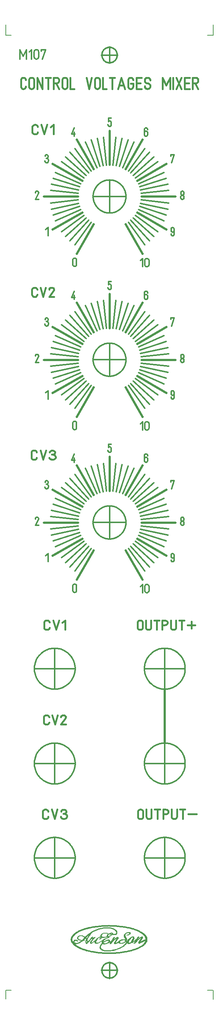
<source format=gbr>
G04 CAM350/DFMSTREAM V12.1 (Build 1022) Date:  Fri Oct 29 14:08:25 2021 *
G04 Database: D:\Mes documents\Projects\Modular Synth\M107 CV Mixer\Front panel design\CAM350\M107 one layer render.cam *
G04 Layer 14: M107frontpanel.gbr *
%FSLAX23Y23*%
%MOIN*%
%SFA1.000B1.000*%

%MIA0B0*%
%IPPOS*%
%ADD10C,0.00551*%
%ADD11C,0.00787*%
%ADD12C,0.01024*%
%ADD13C,0.01102*%
%ADD14C,0.01181*%
%ADD15C,0.01260*%
%ADD16C,0.01339*%
%ADD17C,0.01417*%
%ADD18C,0.01496*%
%ADD19C,0.01654*%
%ADD70C,0.01732*%
%ADD71C,0.01890*%
%ADD20C,0.01969*%
%LNM107frontpanel.gbr*%
%LPD*%
G54D10*
X961Y604D02*
G01X966Y609D01*
X969Y610*
X971Y611*
X974Y612*
X979*
X981Y610*
X975Y611*
X974Y610*
X970*
X969Y608*
X967Y607*
X966Y604*
X969Y602*
X972Y601*
X978Y600*
X888Y577D02*
G01X893D01*
X896Y574*
X900Y573*
X905*
X911*
X917*
X922*
X927Y574*
X931Y575*
X935Y577*
X940Y576*
X933Y574*
X924Y573*
X919Y572*
X913Y571*
X906*
X893*
X942Y576D02*
G01X946Y579D01*
X950Y580*
X954Y581*
X960Y583*
X965Y585*
X969Y586*
X974Y589*
X976Y591*
X978Y592*
X979Y595*
X989Y599*
X986Y596*
X980Y593*
X974Y589*
X970Y587*
X964Y584*
X959Y581*
X951Y579*
X798Y570D02*
G01X801Y575D01*
X804Y577*
X806*
X818Y568D02*
G01X821Y570D01*
X828Y573*
X824Y569*
X895Y542D02*
G01X894Y536D01*
X893Y532*
X892Y527*
Y523*
Y521*
X894Y517*
X897Y514*
X900*
X904Y512*
X907Y511*
X910Y510*
X919Y511*
X923Y512*
X929Y514*
X939Y517*
X947Y519*
X957Y524*
X968Y529*
X979Y536*
X976Y534*
X962Y528*
Y531*
X963Y537*
Y541*
Y544*
X959Y546*
X958Y547*
X951Y548*
X946Y547*
X941Y545*
X933Y542*
X923Y537*
X914Y533*
X907Y528*
X903Y526*
X901Y530*
X903Y533*
X904Y538*
X907Y541*
X909Y545*
X914Y550*
X918Y553*
X922Y556*
X927Y559*
X905Y547D02*
G01X899Y537D01*
X897Y528*
Y520*
X902Y523*
Y524*
X901*
Y523*
X904Y526*
X900Y522D02*
G01X904Y526D01*
X913Y531*
X922Y536*
X929Y540*
X932Y541*
X937Y543*
X942Y544*
X947*
X951Y543*
X954Y541*
X955Y537*
Y533*
X953Y530*
X952Y527*
X949Y525*
X946Y522*
X942Y519*
X938Y517*
X932Y515*
X927Y514*
X919Y513*
X913Y514*
X910Y515*
X907Y516*
X906Y517*
X903Y520*
X901Y517*
X953Y545D02*
G01X960Y541D01*
X959Y533*
X958Y526*
X978Y533D02*
G01Y537D01*
X998Y568*
X999Y569*
X1004Y570*
X1002*
X1006Y572*
X1009*
X1010*
X999Y557*
X994Y544*
X998Y545*
X1002Y548*
X1003Y549*
X1010Y557*
X1018Y562*
X1022Y565*
X1026Y569*
X1030Y570*
X1032Y572*
X1034Y573*
X1038*
X1040Y570*
X1041Y569*
Y564*
X1037Y556*
X1019Y528*
X1017Y525*
Y522*
X1020Y520*
X1022Y519*
X1026Y520*
X1030Y522*
X1036Y526*
X1041Y528*
X1044Y530*
X1045Y533*
X1047Y534*
X1049Y538*
X1053Y541*
X1058Y544*
X1064Y545*
X1069Y548*
X1074Y549*
X1081*
X1088*
X1094*
X1098*
X1103*
X1108Y546*
X1116Y538*
X1122Y528*
X974Y530D02*
G01X970Y525D01*
X965Y513*
X972Y514*
X978Y520*
X986Y530*
X998Y542*
X1010Y553*
X1019Y561*
X1025Y565*
X1030*
X1032*
X1030Y558*
X1011Y531*
X1007Y524*
X1006Y521*
Y516*
Y514*
X1009Y513*
X1010Y512*
X1016*
X1019Y514*
X1032Y520*
X1041Y524*
X1045Y525*
X1047Y522*
X1048Y521*
X1049Y519*
X1054Y517*
X1057Y516*
X1061Y515*
X1074*
X1081Y517*
X1087Y518*
X1095Y522*
X1102Y527*
X1109Y532*
X1112Y534*
X1109Y541*
Y543*
X1107Y544*
X1103Y546*
X1098Y548*
X1094Y549*
X1088*
X1081Y547*
X1073Y546*
X1068Y544*
X1064Y542*
X1061Y539*
X1057Y535*
X1056Y532*
X1054Y529*
Y525*
X1057Y521*
X1060Y518*
X1064Y517*
X1068*
X1077*
X1083Y518*
X1089Y520*
X1094Y524*
X1100Y528*
X1104Y531*
X1106Y534*
X1108Y537*
X1109Y541*
X1057Y540D02*
G01X1052Y533D01*
X1045Y528*
X1050Y529*
X1053Y522*
X1020Y516D02*
G01X1013Y517D01*
X1010Y518*
X1012Y522*
X1025Y545*
X1037Y566*
X1033Y568*
X1002Y569D02*
G01X970Y518D01*
X994Y544*
X895Y523D02*
G01X892Y518D01*
X884Y507*
X879Y499*
X875Y490*
X873Y484*
Y474*
X875Y469*
X876Y467*
X880Y462*
X886Y458*
X893Y454*
X897Y452*
X907Y450*
X905Y451D02*
G01X907Y450D01*
X916Y447*
X922*
X961*
X985Y448*
X995Y451*
X1009Y454*
X1020Y458*
X1015Y455D02*
G01X1025Y459D01*
X1041Y466*
X1054Y470*
X1066Y476*
X1080Y483*
X1091Y490*
X1100Y498*
X1107Y504*
X1111Y509*
X1116Y514*
X1118Y518*
X1121Y524*
X1115Y532*
Y527*
X1112Y520*
X1108Y514*
X1103Y507*
X1096Y501*
X1086Y491*
X1075Y484*
X1065Y478*
X1056Y474*
X1043Y469*
X1031Y464*
X1018Y460*
X1003Y456*
X994Y455*
X984Y452*
X973Y451*
X963*
X942Y450*
X932*
X923Y451*
X915*
X907Y454*
X900Y457*
X895Y459*
X891Y461*
X887Y464*
X884Y467*
X882Y470*
X880Y472*
X879Y476*
Y480*
Y485*
X880Y490*
X882Y495*
X884Y501*
X888Y506*
X892Y511*
X895Y516*
X874Y481D02*
G01X880Y468D01*
X888Y459*
X1108Y506D02*
G01X1120Y527D01*
X1109Y543D02*
G01X1110Y548D01*
Y550*
Y553*
X1108Y556*
X1100Y570*
X1097Y575*
X1096Y579*
X1095Y582*
Y589*
X1096Y593*
X1098Y597*
X1102Y601*
X1106Y605*
X1112Y609*
X1117Y612*
X1122Y614*
X1128Y616*
X1132*
X1145*
X1149*
X1152Y613*
X1153Y611*
X1152Y607*
X1151Y602*
X1147Y598*
X1140Y595*
X1134Y594*
X1128Y593*
X1125*
X1119*
X1121*
X1126*
X1128Y594*
X1136Y596*
X1141Y599*
X1142Y600*
X1144Y604*
X1145Y606*
Y608*
X1144Y611*
X1143Y612*
X1142Y613*
X1140Y614*
X1136Y615*
X1132*
X1128Y614*
X1125*
X1121Y612*
X1116Y610*
X1112Y608*
X1108Y604*
X1106Y600*
X1104Y596*
X1103Y590*
X1104Y586*
X1107Y581*
X1116Y564*
X1120Y559*
Y554*
Y548*
X1118Y545*
X1116Y541*
X1113Y542*
X1116Y557*
X1113*
X1112Y565*
X1109*
X1102Y577*
X1100Y585*
Y596*
X1108Y605*
X1116Y611*
X1124Y614*
X1132Y616*
X1144*
X1149Y612*
X1148Y604*
X1124Y528D02*
G01Y532D01*
X1125*
X1127Y536*
X1128Y541*
X1130Y545*
X1136Y552*
X1140Y557*
X1146Y561*
X1151Y565*
X1156Y569*
X1161Y572*
X1167Y575*
X1171Y576*
X1176*
X1182Y575*
X1184Y573*
X1186Y570*
X1187Y565*
X1188Y561*
X1186Y556*
X1183Y549*
X1181Y545*
X1178Y540*
X1175Y536*
X1172Y533*
X1173Y532*
X1161Y523*
X1156Y520*
X1151Y517*
X1145Y516*
X1141Y514*
X1135*
X1132Y515*
X1128Y517*
X1126Y519*
X1124Y522*
X1136Y526*
Y529*
Y533*
X1138Y537*
X1140Y542*
X1144Y548*
X1148Y553*
X1151Y557*
X1154Y561*
X1157Y565*
X1160Y567*
X1163Y570*
X1167Y572*
X1171Y573*
X1173*
X1177Y572*
X1179Y569*
X1180Y565*
Y561*
X1179Y558*
X1173Y553*
X1169Y547*
X1167Y541*
X1164Y537*
X1163Y532*
X1162Y530*
X1158Y526*
X1155Y523*
X1150Y520*
X1147Y518*
X1144*
X1140*
X1139Y519*
X1137Y521*
X1135Y525*
X1129Y521*
X1135Y518*
X1128Y526*
X1130Y530*
X1136Y545*
X1148Y559*
X1160Y571*
X1170Y574*
X1178*
X1183Y565*
X1182Y553*
X1163Y529*
X1179Y553*
X1250Y612D02*
G01X1264Y603D01*
X1277Y593*
X1284Y583*
X1289Y577*
X1293Y567*
X1296Y557*
X1292Y539*
Y532*
X1270Y498D02*
G01X1279Y513D01*
X1285Y522*
X1288Y527*
X1289Y530*
X1292Y536*
X1281Y600D02*
G01X1285Y597D01*
X1295Y587*
X1300Y578*
X1304Y571*
X1306Y564*
X1307Y556*
Y543*
Y539*
X1304Y532*
X1300Y525*
X1295Y518*
X1289Y510*
X1161Y528D02*
G01X1166Y525D01*
X1170Y523*
X1173Y524*
X1176Y526*
X1180Y528*
X1194Y539*
X1199Y537*
Y535*
Y534*
Y533*
X1187Y516*
X1196Y518*
X1198*
X1203Y526*
X1211Y534*
X1220Y545*
X1226Y551*
X1234Y558*
X1239Y563*
X1245Y567*
X1248Y569*
X1253Y568*
X1252Y562*
X1248Y557*
X1229Y527*
X1228Y523*
Y519*
X1229Y518*
X1231Y516*
X1234Y515*
X1238Y516*
X1241Y518*
X1292Y544*
X1299Y555*
X1295Y553*
X1240Y525*
X1242Y532*
X1262Y561*
X1264Y567*
X1265Y571*
X1264Y574*
X1262Y576*
X1258*
X1252Y574*
X1247Y571*
X1238Y565*
X1223Y551*
X1219Y546*
X1220Y555*
Y558*
X1231Y574*
Y575*
X1226*
X1222Y573*
X1220Y570*
X1214Y560*
X1196Y543*
X1186Y533*
X1180Y530*
X1179*
X1175*
X1170Y526*
X1175Y527*
X1183Y532*
X1191Y537*
X1203Y543*
X1200Y533*
X1195Y522*
X1218Y547*
X1204Y538*
X1219Y554*
X1203Y544*
X1219Y560*
X1226Y571*
X1212Y546*
X1222Y550*
X1225Y552*
X1231Y557*
X1238Y564*
X1247Y569*
X1257Y573*
X1262Y572*
X1231Y522*
X1236Y524*
X1234Y519*
X1292Y548*
X1234Y518*
X1236Y528*
X1258Y569*
X1101Y575D02*
G01X1108Y561D01*
X1116Y559*
Y554D02*
G01X1111Y568D01*
X1104Y580*
X1096Y583*
X1105Y572*
X1116Y544*
X1112Y534*
X1120Y528*
X1128Y525*
X1133Y543*
X896Y530D02*
G01X897Y519D01*
X905Y514*
G54D11*
X985Y600D02*
G01X986D01*
Y604*
Y606*
X985Y608*
X983Y610*
X982Y611*
X979Y612*
X985Y611*
X989Y610*
X990Y608*
X991*
X990Y604*
X1913Y85D02*
G01X1863D01*
X55D02*
G01X5D01*
X55Y8848D02*
G01X5D01*
X1913D02*
G01X1863D01*
X1915Y85D02*
G01Y4D01*
X1917Y8850D02*
G01Y8947D01*
X904Y7368D02*
G01X1021D01*
X963Y7426D02*
G01Y7309D01*
X904Y4376D02*
G01X1021D01*
X963Y4435D02*
G01Y4318D01*
X904Y5870D02*
G01X1021D01*
X963Y5928D02*
G01Y5812D01*
X736Y570D02*
G01X734Y573D01*
X729Y577*
X724Y580*
X720Y581*
X715Y583*
X711Y585*
X704Y586*
X699Y587*
X691*
X684Y585*
X680Y584*
X675Y582*
X672Y579*
X669Y574*
X666Y570*
Y566*
X665Y564*
X667Y560*
X666Y561*
X668Y558*
X671Y554*
X668Y558*
X670Y556*
X672Y553*
X675Y551*
X679Y549*
X682*
X686Y547*
Y546*
X692Y545*
X698Y544*
X713*
X728*
X730Y545*
X701Y544*
X692Y545*
X686Y548*
X680Y550*
X675Y553*
X674Y555*
X672Y557*
X671Y558*
Y561*
X670Y563*
Y566*
Y569*
X671Y572*
X672Y576*
X675Y578*
X678Y581*
X683Y584*
X689Y585*
X696*
X705*
X713Y583*
X718Y581*
X721Y579*
X727Y575*
X730Y573*
X734Y571*
X729Y565*
X714Y550*
X708Y545*
X724Y558D02*
G01X735Y573D01*
X742Y580*
X749Y586*
X754Y590*
X757Y593*
X734Y570D02*
G01X739Y565D01*
X745Y561*
X750Y554*
X747Y549*
X745Y543*
X743Y540*
X742Y535*
Y530*
Y526*
X743Y522*
X746Y518*
X747Y516*
X749Y514*
X751Y515*
X754Y516*
X760Y522*
X771Y533*
X776Y540*
X781Y546*
X789Y557*
X791Y559*
X790Y558*
X807Y560*
X806Y555*
X805Y552*
X799Y545*
X795Y540*
X790Y534*
X787Y530*
X785Y526*
X784Y522*
Y519*
X785Y518*
X786Y516*
X789Y515*
X794Y516*
X800Y519*
X806Y523*
X813Y529*
X821Y535*
X829Y544*
X838Y551*
X844Y559*
X848Y563*
X854Y566*
X858Y569*
X862Y571*
X867Y573*
X868Y574*
X876*
X885*
X736Y573D02*
G01X741Y568D01*
X755Y551*
X748Y543*
X746Y539*
X744Y535*
X743Y530*
Y526*
X745Y522*
X747Y519*
X751Y520*
X752Y522*
X753Y524*
X754Y526*
X755Y530*
X756Y531*
X757Y534*
Y537*
Y547*
Y545*
Y541*
X758Y536*
Y529*
X762Y530*
X763Y531*
X766Y532*
X769Y536*
X776Y542*
X782Y549*
X787Y557*
X789Y561*
X793Y565*
X796Y569*
X798Y572*
X802Y574*
X800Y569*
X803Y566*
X805Y565*
X806*
X810Y566*
X813Y567*
X817Y568*
X821Y569*
X824Y570*
X806Y548*
X797Y533*
X793Y529*
Y526*
Y522*
X795Y520*
X797*
X798Y519*
X792Y517*
X788Y522*
X750Y553D02*
G01X753Y559D01*
X758Y567*
X765Y577*
X770Y586*
X776Y593*
X780Y599*
X782Y603*
X790Y607*
X784Y598*
X780Y591*
X773Y582*
X766Y573*
X762Y565*
X754Y554*
X785Y602D02*
G01X791Y608D01*
X795Y612*
X798Y616*
X802Y619*
X806Y622*
X809Y624*
X813Y625*
X815Y627*
X819Y629*
X823Y632*
X826Y633*
X830Y636*
X833*
X838Y639*
X634Y520D02*
G01Y527D01*
X633Y530*
Y532*
X634Y533*
X635Y536*
X636Y537*
X638Y539*
X640Y541*
X643Y542*
X648Y544*
X652*
X825Y539D02*
G01Y532D01*
X826Y524*
X827Y522*
X828Y519*
X830Y518*
X832Y516*
X835Y515*
X838*
X842*
X848Y516*
X853Y518*
X859Y521*
X864Y524*
X872Y530*
X880Y533*
X884Y537*
X891Y541*
X899Y545*
X909Y552*
X915Y555*
X919Y557*
X923Y559*
X929Y561*
X935Y564*
X940Y565*
X944Y566*
X950Y569*
X954*
X958*
X960Y570*
X955*
X952Y572*
X948Y576*
X946Y578*
X944Y580*
X943Y582*
X944Y585*
Y588*
X945Y591*
X947Y594*
X948Y596*
X951Y599*
X957Y604*
X961Y607*
X966Y608*
X865Y572D02*
G01X860Y569D01*
X856Y565*
X851Y560*
X847Y554*
X844Y550*
X841Y544*
X838Y539*
X837Y534*
X836Y530*
Y526*
X837Y523*
Y520*
X840Y519*
X843Y518*
X846*
X848*
X851*
X854*
X841Y549D02*
G01X832Y538D01*
X831Y532*
X832Y521*
X795Y562D02*
G01X813Y563D01*
X870Y556D02*
G01X868D01*
X873Y559*
X875Y561*
X877Y564*
Y567*
Y570*
X876Y572*
X875Y573*
X871*
X870Y556D02*
G01X869Y555D01*
X875Y556*
X878Y558*
X880Y561*
X884Y564*
Y565*
Y568*
X888Y571*
X891Y573*
X892Y572*
X880Y577*
Y587*
X881Y590*
X882Y593*
X884Y595*
X886Y598*
X889Y601*
X892Y604*
X896Y605*
X900Y607*
X905Y608*
X909Y610*
X915*
X923*
X928Y609*
X932Y608*
X939*
X943Y606*
X949Y604*
X952*
X956*
X893Y573D02*
G01X892Y576D01*
X889Y577*
X888Y580*
Y581*
X887Y584*
Y585*
Y589*
Y592*
X888Y594*
Y596*
X890Y598*
X892Y600*
X895Y603*
X898Y605*
X900Y607*
X952Y602D02*
G01X947Y599D01*
X943Y596*
X942Y594*
X939Y592*
Y589*
X938Y585*
Y581*
Y577*
X939*
X946Y572*
X963Y606D02*
G01X966Y608D01*
X959Y603*
X960Y602*
X967Y601*
X973Y600*
X979Y599*
X990Y600*
X4Y8850D02*
G01Y8947D01*
Y85D02*
G01Y5D01*
G54D12*
X1012Y641D02*
G01X1018Y636D01*
X1021Y632*
X1023Y627*
X1026Y620*
Y614*
X1024Y609*
X1022Y605*
X1019Y604*
X1017Y602*
X781Y443D02*
G01X744Y455D01*
X712Y467*
X697Y471*
X684Y478*
X671Y484*
X664Y488*
X657Y493*
X653Y496*
X648Y500*
X644Y503*
Y505*
X640Y514*
X704Y539D02*
G01X719Y550D01*
X724Y556*
X731Y564*
X740Y573*
X747Y581*
X754Y587*
X758Y593*
X624Y515D02*
G01X627Y526D01*
X628Y531*
X629Y533*
X631Y537*
X632Y541*
X635Y543*
X637Y544*
X639Y545*
X641*
X659Y515D02*
G01X669Y519D01*
X678Y523*
X685Y527*
X692Y532*
X701Y537*
X715Y549*
X744Y579*
X754Y589*
X766Y599*
X774Y605*
X785Y614*
X798Y622*
X811Y628*
X828Y636*
X844Y643*
X860Y648*
X878Y653*
X895Y657*
X907Y658*
X919Y659*
X955*
X966Y658*
X974Y657*
X990Y653*
X1002Y647*
X1013Y640*
X1019Y634*
X1024Y628*
X1026Y620*
Y613*
Y608*
X1022Y604*
X1018Y601*
X1010Y599*
X999Y598*
X990*
G54D13*
X660Y516D02*
G01X659D01*
X658*
Y515*
X657*
Y515*
X656*
X655*
X654*
X653*
X652*
X651*
X650*
X649*
X648*
Y516*
X647*
X646*
Y517*
X645*
X644*
Y518*
X643*
X642*
X641*
X640*
Y519*
X639*
X638*
Y520*
X637Y521*
X636*
Y522*
Y523*
X635*
Y524*
X634*
X633*
Y525*
Y526*
X632*
Y527*
Y528*
Y529*
Y530*
Y531*
Y532*
Y532*
Y533*
Y534*
Y535*
Y536*
Y537*
X633*
Y538*
X634Y539*
X635*
Y540*
X636Y541*
X637Y542*
X638*
Y543*
X639*
X640*
Y544*
X641*
X642Y545*
X643*
X644*
X645*
X646*
X647*
X648*
X649*
X650*
X651*
X652*
X653*
X654*
X655*
X656*
X657Y544*
Y544*
X658*
Y543*
X659*
X660Y542*
X661*
X662*
Y541*
X663*
X664*
Y540*
X665*
G54D14*
X1470Y3224D02*
G01Y2849D01*
X612Y2063D02*
G01X609Y2060D01*
X608Y2057*
X605Y2053*
X603Y2051*
X600Y2048*
X598Y2045*
X596Y2042*
X594Y2039*
X592Y2037*
X589Y2033*
X586Y2032*
X584Y2030*
X581Y2027*
X578Y2025*
X575Y2022*
X572Y2020*
X569Y2018*
X566Y2015*
X563Y2014*
X560Y2011*
X557Y2009*
X553Y2007*
X550Y2006*
X547Y2003*
X544Y2002*
X541Y2000*
X537Y1998*
X534Y1997*
X531Y1995*
X528Y1994*
X525Y1992*
X522Y1991*
X518Y1990*
X514Y1988*
X511Y1987*
X507Y1986*
X504Y1985*
X500Y1984*
X497Y1983*
X493Y1982*
X489*
X486Y1981*
X482*
X478Y1980*
X474*
X470Y1979*
X467*
X464*
X460*
X456Y1978*
X453Y1979*
X449*
X445*
X442*
X438Y1980*
X434*
X431Y1981*
X427*
X423Y1982*
X419*
X415Y1983*
X412Y1984*
X408Y1985*
X406Y1986*
X402Y1987*
X399Y1988*
X395Y1990*
X392Y1991*
X388Y1992*
X384Y1994*
X381Y1995*
X377Y1997*
X374Y1998*
X371Y2000*
X368Y2002*
X364Y2003*
X361Y2006*
X358Y2007*
X355Y2009*
X352Y2011*
X348Y2014*
X345Y2015*
X343Y2018*
X341Y2020*
X337Y2022*
X334Y2025*
X332Y2027*
X329Y2030*
X326Y2032*
X323Y2034*
X321Y2037*
X318Y2039*
X316Y2042*
X313Y2045*
X311Y2048*
X309Y2051*
X306Y2053*
X304Y2057*
X302Y2060*
X300Y2063*
X297Y2066*
X296Y2069*
X294Y2073*
X292Y2076*
X290Y2079*
X289Y2082*
X287Y2085*
X285Y2089*
X284Y2093*
X282Y2095*
Y2098*
X281Y2101*
X279Y2105*
X278Y2108*
Y2112*
X276Y2116*
X275Y2119*
X274Y2123*
Y2126*
X273Y2130*
X272Y2134*
X271Y2137*
X270Y2141*
Y2145*
Y2148*
Y2152*
X269Y2156*
Y2159*
Y2163*
Y2167*
Y2170*
Y2174*
Y2178*
X270Y2181*
Y2185*
Y2189*
Y2192*
X271Y2196*
X272Y2199*
X273Y2203*
X274Y2207*
Y2211*
X275Y2215*
X276Y2218*
X278Y2221*
Y2224*
X279Y2228*
X281Y2231*
X282Y2235*
Y2238*
X284Y2242*
X285Y2246*
X287Y2249*
X289Y2252*
X290Y2255*
X292Y2258*
X294Y2262*
X296Y2265*
X297Y2268*
X300Y2271*
X302Y2274*
X304Y2278*
X306Y2281*
X309Y2282*
X311Y2285*
X313Y2289*
X316Y2291*
X318Y2294*
X321Y2297*
X324Y2300*
X326Y2302*
X329Y2305*
X332Y2307*
X334Y2309*
X337Y2312*
X341Y2314*
X343Y2317*
X345Y2319*
X348Y2321*
X352Y2323*
X355Y2325*
X358Y2327*
X361Y2329*
X364Y2331*
X368Y2333*
X371Y2334*
X374Y2336*
X377Y2337*
X381Y2339*
X384Y2341*
X388*
X392Y2343*
X395Y2344*
X399*
X402Y2345*
X406Y2347*
X408Y2348*
X412*
X415Y2349*
X419Y2350*
X423Y2351*
X427Y2352*
X431*
X434*
X438Y2353*
X442*
X445Y2354*
X449*
X453*
X456*
X460*
X464*
X467*
X470Y2353*
X474*
X478Y2352*
X482*
X486*
X489Y2351*
X493Y2350*
X497Y2349*
X500Y2348*
X504*
X507Y2347*
X511Y2345*
X514Y2344*
X518*
X522Y2343*
X525Y2341*
X528*
X531Y2339*
X534Y2337*
X537Y2336*
X541Y2334*
X544Y2333*
X547Y2331*
X550Y2329*
X553Y2327*
X557Y2325*
X560Y2323*
X563Y2321*
X566Y2319*
X569Y2317*
X572Y2314*
X575Y2312*
X578Y2309*
X581Y2307*
X584Y2305*
X586Y2302*
X589Y2299*
X592Y2297*
X594Y2294*
X596Y2291*
X598Y2289*
X600Y2285*
X603Y2282*
X605Y2281*
X608Y2278*
X609Y2274*
X612Y2271*
X614Y2268*
X616Y2265*
X617Y2262*
X620Y2258*
X621Y2255*
X623Y2252*
X624Y2249*
X626Y2246*
X628Y2242*
X629Y2238*
X631Y2235*
X632Y2231*
X633Y2228*
X635Y2224*
X636Y2221*
Y2218*
X638Y2215*
X639Y2211*
X640Y2207*
Y2203*
X641Y2199*
X642Y2196*
Y2192*
X643Y2189*
Y2185*
X644Y2181*
Y2178*
Y2174*
Y2170*
Y2167*
Y2163*
Y2159*
Y2156*
Y2152*
X643Y2148*
Y2145*
X642Y2141*
Y2137*
X641Y2134*
X640Y2130*
Y2126*
X639Y2123*
X638Y2119*
X636Y2116*
Y2112*
X635Y2108*
X633Y2105*
X632Y2101*
X631Y2098*
X629Y2095*
X628Y2093*
X626Y2089*
X624Y2085*
X623Y2082*
X621Y2079*
X620Y2076*
X617Y2073*
X616Y2069*
X614Y2066*
X612Y2063*
X269Y2167D02*
G01X644D01*
X456Y2354D02*
G01Y1979D01*
X1626Y2063D02*
G01X1624Y2060D01*
X1622Y2057*
X1620Y2053*
X1617Y2051*
X1615Y2048*
X1612Y2045*
X1610Y2042*
X1608Y2039*
X1605Y2037*
X1602Y2033*
X1600Y2032*
X1597Y2030*
X1594Y2027*
X1593Y2025*
X1589Y2022*
X1586Y2020*
X1584Y2018*
X1581Y2015*
X1577Y2014*
X1574Y2011*
X1571Y2009*
X1568Y2007*
X1565Y2006*
X1561Y2003*
X1558Y2002*
X1555Y2000*
X1552Y1998*
X1549Y1997*
X1545Y1995*
X1541Y1994*
X1538Y1992*
X1534Y1991*
X1532Y1990*
X1528Y1988*
X1525Y1987*
X1521Y1986*
X1518Y1985*
X1514Y1984*
X1510Y1983*
X1506Y1982*
X1502*
X1499Y1981*
X1495*
X1492Y1980*
X1488*
X1484Y1979*
X1481*
X1477*
X1473*
X1470Y1978*
X1467Y1979*
X1463*
X1459*
X1455*
X1451Y1980*
X1448*
X1444Y1981*
X1440*
X1437Y1982*
X1433*
X1429Y1983*
X1426Y1984*
X1422Y1985*
X1419Y1986*
X1415Y1987*
X1411Y1988*
X1408Y1990*
X1405Y1991*
X1402Y1992*
X1399Y1994*
X1396Y1995*
X1392Y1997*
X1388Y1998*
X1385Y2000*
X1382Y2002*
X1379Y2003*
X1376Y2006*
X1372Y2007*
X1369Y2009*
X1366Y2011*
X1363Y2014*
X1360Y2015*
X1356Y2018*
X1354Y2020*
X1351Y2022*
X1348Y2025*
X1345Y2027*
X1343Y2030*
X1341Y2032*
X1337Y2034*
X1335Y2037*
X1333Y2039*
X1330Y2042*
X1328Y2045*
X1325Y2048*
X1323Y2051*
X1321Y2053*
X1318Y2057*
X1317Y2060*
X1314Y2063*
X1312Y2066*
X1310Y2069*
X1309Y2073*
X1306Y2076*
X1305Y2079*
X1303Y2082*
X1301Y2085*
X1300Y2089*
X1298Y2093*
X1297Y2095*
X1295Y2098*
X1294Y2101*
X1293Y2105*
X1291Y2108*
X1290Y2112*
X1289Y2116*
X1288Y2119*
X1287Y2123*
X1286Y2126*
X1285Y2130*
Y2134*
X1284Y2137*
Y2141*
X1283Y2145*
Y2148*
X1282Y2152*
Y2156*
Y2159*
Y2163*
Y2167*
Y2170*
Y2174*
Y2178*
Y2181*
X1283Y2185*
Y2189*
X1284Y2192*
Y2196*
X1285Y2199*
Y2203*
X1286Y2207*
X1287Y2211*
X1288Y2215*
X1289Y2218*
X1290Y2221*
X1291Y2224*
X1293Y2228*
X1294Y2231*
X1295Y2235*
X1297Y2238*
X1298Y2242*
X1300Y2246*
X1301Y2249*
X1303Y2252*
X1305Y2255*
X1306Y2258*
X1309Y2262*
X1310Y2265*
X1312Y2268*
X1314Y2271*
X1317Y2274*
X1318Y2278*
X1321Y2281*
X1323Y2282*
X1325Y2285*
X1328Y2289*
X1330Y2291*
X1333Y2294*
X1335Y2297*
X1338Y2300*
X1341Y2302*
X1343Y2305*
X1345Y2307*
X1348Y2309*
X1351Y2312*
X1354Y2314*
X1356Y2317*
X1360Y2319*
X1363Y2321*
X1366Y2323*
X1369Y2325*
X1372Y2327*
X1376Y2329*
X1379Y2331*
X1382Y2333*
X1385Y2334*
X1388Y2336*
X1392Y2337*
X1396Y2339*
X1399Y2341*
X1402*
X1405Y2343*
X1408Y2344*
X1411*
X1415Y2345*
X1419Y2347*
X1422Y2348*
X1426*
X1429Y2349*
X1433Y2350*
X1437Y2351*
X1440Y2352*
X1444*
X1448*
X1451Y2353*
X1455*
X1459Y2354*
X1463*
X1467*
X1470*
X1473*
X1477*
X1481*
X1484Y2353*
X1488*
X1492Y2352*
X1495*
X1499*
X1502Y2351*
X1506Y2350*
X1510Y2349*
X1514Y2348*
X1518*
X1521Y2347*
X1525Y2345*
X1528Y2344*
X1532*
X1534Y2343*
X1538Y2341*
X1541*
X1545Y2339*
X1549Y2337*
X1552Y2336*
X1555Y2334*
X1558Y2333*
X1561Y2331*
X1565Y2329*
X1568Y2327*
X1571Y2325*
X1574Y2323*
X1577Y2321*
X1581Y2319*
X1584Y2317*
X1586Y2314*
X1589Y2312*
X1593Y2309*
X1594Y2307*
X1597Y2305*
X1600Y2302*
X1603Y2299*
X1605Y2297*
X1608Y2294*
X1610Y2291*
X1612Y2289*
X1615Y2285*
X1617Y2282*
X1620Y2281*
X1622Y2278*
X1624Y2274*
X1626Y2271*
X1628Y2268*
X1630Y2265*
X1632Y2262*
X1634Y2258*
X1636Y2255*
X1637Y2252*
X1639Y2249*
X1640Y2246*
X1642Y2242*
X1644Y2238*
Y2235*
X1646Y2231*
X1648Y2228*
Y2224*
X1649Y2221*
X1651Y2218*
X1652Y2215*
Y2211*
X1653Y2207*
X1654Y2203*
X1655Y2199*
X1656Y2196*
Y2192*
Y2189*
X1657Y2185*
Y2181*
Y2178*
Y2174*
Y2170*
Y2167*
Y2163*
Y2159*
Y2156*
Y2152*
Y2148*
X1656Y2145*
Y2141*
Y2137*
X1655Y2134*
X1654Y2130*
X1653Y2126*
X1652Y2123*
Y2119*
X1651Y2116*
X1649Y2112*
X1648Y2108*
Y2105*
X1646Y2101*
X1644Y2098*
Y2095*
X1642Y2093*
X1640Y2089*
X1639Y2085*
X1637Y2082*
X1636Y2079*
X1634Y2076*
X1632Y2073*
X1630Y2069*
X1628Y2066*
X1626Y2063*
X1282Y2167D02*
G01X1657D01*
X1470Y2354D02*
G01Y1979D01*
X612Y1197D02*
G01X609Y1194D01*
X608Y1191*
X605Y1188*
X603Y1185*
X600Y1182*
X598Y1179*
X596Y1176*
X594Y1174*
X592Y1171*
X589Y1168*
X586Y1166*
X584Y1163*
X581Y1160*
X578Y1158*
X575Y1156*
X572Y1154*
X569Y1152*
X566Y1150*
X563Y1148*
X560Y1145*
X557Y1143*
X553Y1141*
X550Y1140*
X547Y1137*
X544Y1136*
X541Y1134*
X537Y1132*
X534Y1131*
X531Y1129*
X528Y1128*
X525Y1127*
X522Y1125*
X518Y1124*
X514Y1123*
X511Y1122*
X507Y1120*
X504*
X500Y1119*
X497Y1118*
X493Y1117*
X489Y1116*
X486*
X482Y1115*
X478*
X474Y1114*
X470*
X467Y1113*
X464*
X460*
X456*
X453*
X449*
X445*
X442Y1114*
X438*
X434Y1115*
X431*
X427Y1116*
X423*
X419Y1117*
X415Y1118*
X412Y1119*
X408Y1120*
X406*
X402Y1122*
X399Y1123*
X395Y1124*
X392Y1125*
X388Y1127*
X384Y1128*
X381Y1129*
X377Y1131*
X374Y1132*
X371Y1134*
X368Y1136*
X364Y1137*
X361Y1140*
X358Y1141*
X355Y1143*
X352Y1145*
X348Y1148*
X345Y1150*
X343Y1152*
X341Y1154*
X337Y1156*
X334Y1158*
X332Y1160*
X329Y1163*
X326Y1166*
X323Y1168*
X321Y1171*
X318Y1174*
X316Y1176*
X313Y1179*
X311Y1182*
X309Y1185*
X306Y1188*
X304Y1191*
X302Y1194*
X300Y1197*
X297Y1200*
X296Y1203*
X294Y1207*
X292Y1210*
X290Y1213*
X289Y1216*
X287Y1219*
X285Y1222*
X284Y1226*
X282Y1229*
Y1232*
X281Y1236*
X279Y1239*
X278Y1243*
Y1246*
X276Y1250*
X275Y1254*
X274Y1258*
Y1261*
X273Y1265*
X272Y1269*
X271Y1272*
X270Y1276*
Y1279*
Y1282*
Y1286*
X269Y1289*
Y1293*
Y1297*
Y1301*
Y1305*
Y1309*
Y1312*
X270Y1316*
Y1320*
Y1323*
Y1327*
X271Y1331*
X272Y1334*
X273Y1338*
X274Y1342*
Y1344*
X275Y1348*
X276Y1352*
X278Y1356*
Y1359*
X279Y1362*
X281Y1366*
X282Y1369*
Y1373*
X284Y1376*
X285Y1380*
X287Y1383*
X289Y1386*
X290Y1390*
X292Y1393*
X294Y1396*
X296Y1400*
X297Y1403*
X300Y1406*
X302Y1408*
X304Y1411*
X306Y1414*
X309Y1417*
X311Y1420*
X313Y1423*
X316Y1426*
X318Y1428*
X321Y1431*
X324Y1434*
X326Y1436*
X329Y1439*
X332Y1441*
X334Y1443*
X337Y1446*
X341Y1448*
X343Y1451*
X345Y1453*
X348Y1455*
X352Y1457*
X355Y1459*
X358Y1461*
X361Y1463*
X364Y1465*
X368Y1467*
X371Y1469*
X374Y1470*
X377Y1471*
X381Y1473*
X384Y1474*
X388Y1475*
X392Y1477*
X395Y1478*
X399Y1479*
X402Y1480*
X406Y1482*
X408*
X412Y1483*
X415Y1484*
X419Y1485*
X423Y1486*
X427*
X431*
X434Y1487*
X438*
X442Y1488*
X445*
X449*
X453*
X456Y1489*
X460Y1488*
X464*
X467*
X470*
X474Y1487*
X478*
X482Y1486*
X486*
X489*
X493Y1485*
X497Y1484*
X500Y1483*
X504Y1482*
X507*
X511Y1480*
X514Y1479*
X518Y1478*
X522Y1477*
X525Y1475*
X528Y1474*
X531Y1473*
X534Y1471*
X537Y1470*
X541Y1469*
X544Y1467*
X547Y1465*
X550Y1463*
X553Y1461*
X557Y1459*
X560Y1457*
X563Y1455*
X566Y1453*
X569Y1451*
X572Y1448*
X575Y1446*
X578Y1443*
X581Y1441*
X584Y1439*
X586Y1436*
X589Y1434*
X592Y1431*
X594Y1428*
X596Y1426*
X598Y1423*
X600Y1420*
X603Y1417*
X605Y1414*
X608Y1411*
X609Y1408*
X612Y1406*
X614Y1403*
X616Y1400*
X617Y1396*
X620Y1393*
X621Y1390*
X623Y1386*
X624Y1383*
X626Y1380*
X628Y1376*
X629Y1372*
X631Y1369*
X632Y1366*
X633Y1362*
X635Y1359*
X636Y1356*
Y1352*
X638Y1348*
X639Y1344*
X640Y1342*
Y1338*
X641Y1334*
X642Y1331*
Y1327*
X643Y1323*
Y1320*
X644Y1316*
Y1312*
Y1309*
Y1305*
Y1301*
Y1297*
Y1293*
Y1289*
Y1286*
X643Y1282*
Y1279*
X642Y1276*
Y1272*
X641Y1269*
X640Y1265*
Y1261*
X639Y1258*
X638Y1254*
X636Y1250*
Y1246*
X635Y1243*
X633Y1239*
X632Y1236*
X631Y1232*
X629Y1229*
X628Y1226*
X626Y1222*
X624Y1219*
X623Y1216*
X621Y1213*
X620Y1210*
X617Y1207*
X616Y1203*
X614Y1200*
X612Y1197*
X269Y1301D02*
G01X644D01*
X456Y1488D02*
G01Y1113D01*
X1626Y1197D02*
G01X1624Y1194D01*
X1622Y1191*
X1620Y1188*
X1617Y1185*
X1615Y1182*
X1612Y1179*
X1610Y1176*
X1608Y1174*
X1605Y1171*
X1602Y1168*
X1600Y1166*
X1597Y1163*
X1594Y1160*
X1593Y1158*
X1589Y1156*
X1586Y1154*
X1584Y1152*
X1581Y1150*
X1577Y1148*
X1574Y1145*
X1571Y1143*
X1568Y1141*
X1565Y1140*
X1561Y1137*
X1558Y1136*
X1555Y1134*
X1552Y1132*
X1549Y1131*
X1545Y1129*
X1541Y1128*
X1538Y1127*
X1534Y1125*
X1532Y1124*
X1528Y1123*
X1525Y1122*
X1521Y1120*
X1518*
X1514Y1119*
X1510Y1118*
X1506Y1117*
X1502Y1116*
X1499*
X1495Y1115*
X1492*
X1488Y1114*
X1484*
X1481Y1113*
X1477*
X1473*
X1470*
X1467*
X1463*
X1459*
X1455Y1114*
X1451*
X1448Y1115*
X1444*
X1440Y1116*
X1437*
X1433Y1117*
X1429Y1118*
X1426Y1119*
X1422Y1120*
X1419*
X1415Y1122*
X1411Y1123*
X1408Y1124*
X1405Y1125*
X1402Y1127*
X1399Y1128*
X1396Y1129*
X1392Y1131*
X1388Y1132*
X1385Y1134*
X1382Y1136*
X1379Y1137*
X1376Y1140*
X1372Y1141*
X1369Y1143*
X1366Y1145*
X1363Y1148*
X1360Y1150*
X1356Y1152*
X1354Y1154*
X1351Y1156*
X1348Y1158*
X1345Y1160*
X1343Y1163*
X1341Y1166*
X1337Y1168*
X1335Y1171*
X1333Y1174*
X1330Y1176*
X1328Y1179*
X1325Y1182*
X1323Y1185*
X1321Y1188*
X1318Y1191*
X1317Y1194*
X1314Y1197*
X1312Y1200*
X1310Y1203*
X1309Y1207*
X1306Y1210*
X1305Y1213*
X1303Y1216*
X1301Y1219*
X1300Y1222*
X1298Y1226*
X1297Y1229*
X1295Y1232*
X1294Y1236*
X1293Y1239*
X1291Y1243*
X1290Y1246*
X1289Y1250*
X1288Y1254*
X1287Y1258*
X1286Y1261*
X1285Y1265*
Y1269*
X1284Y1272*
Y1276*
X1283Y1279*
Y1282*
X1282Y1286*
Y1289*
Y1293*
Y1297*
Y1301*
Y1305*
Y1309*
Y1312*
Y1316*
X1283Y1320*
Y1323*
X1284Y1327*
Y1331*
X1285Y1334*
Y1338*
X1286Y1342*
X1287Y1344*
X1288Y1348*
X1289Y1352*
X1290Y1356*
X1291Y1359*
X1293Y1362*
X1294Y1366*
X1295Y1369*
X1297Y1373*
X1298Y1376*
X1300Y1380*
X1301Y1383*
X1303Y1386*
X1305Y1390*
X1306Y1393*
X1309Y1396*
X1310Y1400*
X1312Y1403*
X1314Y1406*
X1317Y1408*
X1318Y1411*
X1321Y1414*
X1323Y1417*
X1325Y1420*
X1328Y1423*
X1330Y1426*
X1333Y1428*
X1335Y1431*
X1338Y1434*
X1341Y1436*
X1343Y1439*
X1345Y1441*
X1348Y1443*
X1351Y1446*
X1354Y1448*
X1356Y1451*
X1360Y1453*
X1363Y1455*
X1366Y1457*
X1369Y1459*
X1372Y1461*
X1376Y1463*
X1379Y1465*
X1382Y1467*
X1385Y1469*
X1388Y1470*
X1392Y1471*
X1396Y1473*
X1399Y1474*
X1402Y1475*
X1405Y1477*
X1408Y1478*
X1411Y1479*
X1415Y1480*
X1419Y1482*
X1422*
X1426Y1483*
X1429Y1484*
X1433Y1485*
X1437Y1486*
X1440*
X1444*
X1448Y1487*
X1451*
X1455Y1488*
X1459*
X1463*
X1467*
X1470Y1489*
X1473Y1488*
X1477*
X1481*
X1484*
X1488Y1487*
X1492*
X1495Y1486*
X1499*
X1502*
X1506Y1485*
X1510Y1484*
X1514Y1483*
X1518Y1482*
X1521*
X1525Y1480*
X1528Y1479*
X1532Y1478*
X1534Y1477*
X1538Y1475*
X1541Y1474*
X1545Y1473*
X1549Y1471*
X1552Y1470*
X1555Y1469*
X1558Y1467*
X1561Y1465*
X1565Y1463*
X1568Y1461*
X1571Y1459*
X1574Y1457*
X1577Y1455*
X1581Y1453*
X1584Y1451*
X1586Y1448*
X1589Y1446*
X1593Y1443*
X1594Y1441*
X1597Y1439*
X1600Y1436*
X1603Y1434*
X1605Y1431*
X1608Y1428*
X1610Y1426*
X1612Y1423*
X1615Y1420*
X1617Y1417*
X1620Y1414*
X1622Y1411*
X1624Y1408*
X1626Y1406*
X1628Y1403*
X1630Y1400*
X1632Y1396*
X1634Y1393*
X1636Y1390*
X1637Y1386*
X1639Y1383*
X1640Y1380*
X1642Y1376*
X1644Y1372*
Y1369*
X1646Y1366*
X1648Y1362*
Y1359*
X1649Y1356*
X1651Y1352*
X1652Y1348*
Y1344*
X1653Y1342*
X1654Y1338*
X1655Y1334*
X1656Y1331*
Y1327*
Y1323*
X1657Y1320*
Y1316*
Y1312*
Y1309*
Y1305*
Y1301*
Y1297*
Y1293*
Y1289*
Y1286*
Y1282*
X1656Y1279*
Y1276*
Y1272*
X1655Y1269*
X1654Y1265*
X1653Y1261*
X1652Y1258*
Y1254*
X1651Y1250*
X1649Y1246*
X1648Y1243*
Y1239*
X1646Y1236*
X1644Y1232*
Y1229*
X1642Y1226*
X1640Y1222*
X1639Y1219*
X1637Y1216*
X1636Y1213*
X1634Y1210*
X1632Y1207*
X1630Y1203*
X1628Y1200*
X1626Y1197*
X1282Y1301D02*
G01X1657D01*
X1470Y1488D02*
G01Y1113D01*
X1087Y7285D02*
G01X1085Y7283D01*
X1084Y7282*
X1081Y7279*
X1080Y7277*
X1078Y7274*
X1076Y7272*
X1074Y7270*
X1072Y7267*
X1070Y7265*
X1068Y7263*
X1066Y7261*
X1064Y7259*
X1061Y7257*
X1059Y7255*
X1057Y7253*
X1054Y7251*
X1052Y7250*
X1049Y7247*
X1047Y7246*
X1045Y7244*
X1042Y7242*
X1040Y7241*
X1037Y7239*
X1034Y7238*
X1032Y7236*
X1030Y7234*
X1027Y7233*
X1025Y7232*
X1022Y7230*
X1019*
X1016Y7228*
X1014Y7227*
X1010Y7226*
X1008*
X1005Y7224*
X1002Y7223*
X999Y7222*
X996*
X994*
X990Y7221*
X987Y7220*
X984*
X982Y7219*
X978*
X975*
X972*
X970*
X967*
X964*
X961*
X959*
X955*
X952*
X949*
X947*
X943*
X940*
X937Y7220*
X935*
X931Y7221*
X928Y7222*
X926*
X923*
X919Y7223*
X917Y7224*
X914Y7226*
X911*
X908Y7227*
X907Y7228*
X904Y7230*
X901*
X898Y7232*
X896Y7233*
X893Y7234*
X890Y7236*
X888Y7238*
X885Y7239*
X882Y7241*
X880Y7242*
X877Y7244*
X875Y7246*
X872Y7247*
X870Y7250*
X868Y7251*
X865Y7253*
X863Y7255*
X860Y7257*
X858Y7259*
X856Y7261*
X854Y7263*
X852Y7265*
X850Y7267*
X848Y7270*
X846Y7272*
X844Y7274*
X843Y7277*
X841Y7279*
X839Y7282*
X837Y7283*
X836Y7285*
X834Y7288*
X833Y7290*
X831Y7293*
X829Y7296*
X828Y7298*
X827Y7301*
X825Y7304*
X824Y7306*
X823Y7309*
X821Y7312*
Y7315*
X819Y7317*
X818Y7321*
X817Y7323*
Y7326*
X816Y7329*
X815Y7332*
X814Y7335*
X813Y7337*
Y7341*
X812Y7344*
Y7346*
X811Y7348*
Y7352*
X810Y7355*
Y7358*
Y7360*
Y7364*
Y7367*
X809Y7370*
X810Y7372*
Y7376*
Y7379*
Y7382*
Y7384*
X811Y7388*
Y7391*
X812Y7394*
Y7396*
X813Y7400*
Y7403*
X814Y7406*
X815Y7407*
X816Y7411*
X817Y7414*
Y7416*
X818Y7419*
X819Y7422*
X821Y7425*
Y7427*
X823Y7431*
X824Y7433*
X825Y7435*
X827Y7439*
X828Y7441*
X829Y7443*
X831Y7447*
X833Y7449*
X834Y7451*
X836Y7454*
X837Y7456*
X839Y7459*
X841Y7461*
X843Y7463*
X844Y7466*
X846Y7468*
X848Y7470*
X850Y7472*
X852Y7474*
X854Y7476*
X856Y7478*
X858Y7480*
X860Y7482*
X863Y7484*
X865Y7486*
X868Y7488*
X870Y7490*
X872Y7492*
X875Y7494*
X877Y7495*
X880Y7497*
X882Y7498*
X885Y7500*
X888Y7502*
X890Y7503*
X893Y7505*
X896Y7506*
X898Y7507*
X901Y7509*
X904Y7510*
X907Y7511*
X908Y7512*
X911Y7513*
X914Y7514*
X917Y7515*
X919Y7516*
X923Y7517*
X926*
X928Y7518*
X931*
X935Y7519*
X937*
X940Y7520*
X943*
X947Y7521*
X949*
X952*
X955*
X959*
X961*
X964*
X967*
X970*
X972*
X975*
X978Y7520*
X982*
X984Y7519*
X987*
X990Y7518*
X994*
X996Y7517*
X999*
X1002Y7516*
X1005Y7515*
X1008Y7514*
X1010Y7513*
X1014Y7512*
X1016Y7511*
X1019Y7510*
X1022Y7509*
X1025Y7507*
X1027Y7506*
X1030Y7505*
X1032Y7503*
X1034Y7502*
X1037Y7500*
X1040Y7498*
X1042Y7497*
X1045Y7495*
X1047Y7494*
X1049Y7492*
X1052Y7490*
X1054Y7488*
X1057Y7486*
X1059Y7484*
X1061Y7482*
X1064Y7480*
X1066Y7478*
X1068Y7476*
X1070Y7474*
X1072Y7472*
X1074Y7470*
X1076Y7468*
X1078Y7466*
X1080Y7463*
X1081Y7461*
X1084Y7459*
X1085Y7456*
X1087Y7454*
X1089Y7451*
X1090Y7449*
X1092Y7447*
X1093Y7443*
X1094Y7441*
X1095Y7439*
X1096Y7435*
X1098Y7433*
X1099Y7431*
X1100Y7427*
X1101Y7425*
X1103Y7422*
X1104Y7419*
Y7416*
X1105Y7414*
X1106Y7411*
X1107Y7407*
X1108Y7406*
Y7403*
X1109Y7400*
X1110Y7396*
Y7394*
X1111Y7391*
Y7388*
X1112Y7384*
Y7382*
Y7379*
Y7376*
Y7372*
Y7370*
Y7367*
Y7364*
Y7360*
Y7358*
Y7355*
X1111Y7352*
Y7348*
X1110Y7346*
Y7344*
X1109Y7341*
X1108Y7337*
Y7335*
X1107Y7332*
X1106Y7329*
X1105Y7326*
X1104Y7323*
Y7321*
X1103Y7317*
X1101Y7315*
X1100Y7312*
X1099Y7309*
X1098Y7306*
X1096Y7304*
X1095Y7301*
X1094Y7298*
X1093Y7296*
X1092Y7293*
X1090Y7290*
X1089Y7288*
X1087Y7285*
X810Y7370D02*
G01X1112D01*
X961Y7522D02*
G01Y7219D01*
Y343D02*
G01Y193D01*
X1020Y8628D02*
G01X1019D01*
X1018Y8626*
Y8625*
X1017Y8624*
X1016Y8623*
X1015Y8621*
X1014Y8620*
X1013*
X1012Y8619*
X1011Y8617*
X1010Y8616*
X1009*
X1008Y8615*
X1007Y8613*
X1006Y8612*
X1005*
X1003Y8611*
X1002Y8610*
X1001Y8609*
X1000Y8608*
X998*
Y8607*
X996Y8606*
X995Y8605*
X994Y8604*
X993*
X991*
X990Y8603*
X989Y8602*
X987*
X986Y8601*
X985*
X984Y8600*
X982*
X981*
X980Y8599*
X978*
X977*
X976Y8598*
X974*
X973*
X971Y8597*
X970*
X969*
X968Y8596*
X967*
X966*
X964*
X963*
X961*
X960*
X959*
X957*
X955*
Y8597*
X953*
X951*
X950*
X949Y8598*
X947*
X946*
X944Y8599*
X943*
X942*
X940Y8600*
X939*
X938*
X936Y8601*
X935*
X934Y8602*
X932*
X931Y8603*
X930Y8604*
X928*
X927*
X926Y8605*
X925Y8606*
X923Y8607*
Y8608*
X921*
X920Y8609*
X919Y8610*
X918Y8611*
X916Y8612*
X915*
Y8613*
X913Y8615*
X912Y8616*
X911*
X910Y8617*
X909Y8619*
X908Y8620*
X907*
Y8621*
Y8623*
X906Y8624*
X905Y8625*
X904Y8626*
Y8628*
X903*
X902Y8630*
X901Y8631*
X900Y8632*
Y8633*
X899Y8635*
Y8636*
X898Y8637*
X897Y8638*
X896Y8640*
Y8641*
Y8642*
X895Y8644*
X894Y8646*
X893Y8648*
X892Y8650*
Y8652*
Y8654*
Y8656*
X891Y8657*
Y8657*
Y8659*
Y8660*
Y8662*
Y8663*
Y8664*
Y8666*
X890Y8667*
X891Y8669*
Y8671*
Y8673*
Y8675*
Y8676*
Y8678*
Y8679*
X892Y8680*
Y8682*
Y8683*
Y8684*
Y8686*
X893Y8687*
Y8688*
X894Y8690*
X895Y8691*
Y8692*
X896Y8694*
Y8695*
Y8696*
X897Y8698*
X898Y8699*
X899Y8700*
Y8701*
X900Y8703*
X901Y8705*
X902Y8706*
X903Y8707*
X904Y8708*
Y8710*
X905Y8711*
X906Y8712*
X907Y8713*
Y8715*
X908Y8716*
X909Y8717*
X911Y8719*
X912*
X913Y8720*
X915Y8722*
X916Y8723*
X918Y8724*
X919Y8725*
X920Y8726*
X921*
X923Y8727*
Y8728*
X925Y8729*
X926Y8730*
X927*
X928*
X930Y8731*
X931Y8732*
X932Y8733*
X934*
X935Y8734*
X936*
X938*
X939Y8735*
X940*
X942Y8736*
X943*
X944*
X946Y8737*
X947*
X949*
X950Y8738*
X951*
X953*
X955*
X957*
X959*
X960*
X961*
X963*
X964*
X966*
X967*
X968*
X969*
X970*
X971*
X973Y8737*
X974*
X976*
X977Y8736*
X978*
X980*
X981Y8735*
X982*
X984Y8734*
X985*
X986*
X988Y8733*
X989*
X990Y8732*
X991Y8731*
X993Y8730*
X994*
X995*
X996Y8729*
X998Y8728*
Y8727*
X1000Y8726*
X1001*
X1002Y8725*
X1003Y8724*
X1005Y8723*
X1006Y8722*
X1007*
X1008Y8720*
X1009Y8719*
X1010*
X1011*
X1012Y8717*
X1013Y8716*
X1014Y8715*
X1015*
X1016Y8713*
X1017Y8712*
X1018Y8711*
Y8710*
X1019Y8708*
X1020Y8707*
X1021Y8706*
X1022Y8705*
Y8703*
X1023*
X1024Y8701*
Y8700*
X1025Y8699*
X1026Y8698*
Y8696*
Y8695*
X1027Y8694*
Y8692*
X1028Y8691*
X1029Y8690*
Y8688*
X1030Y8687*
Y8686*
Y8684*
Y8683*
Y8682*
Y8680*
X1031Y8679*
Y8678*
Y8676*
X1032Y8675*
Y8673*
Y8671*
Y8669*
Y8667*
Y8666*
Y8664*
Y8663*
Y8662*
X1031Y8660*
Y8659*
Y8657*
Y8657*
X1030Y8656*
Y8654*
Y8652*
Y8650*
Y8648*
X1029*
Y8646*
X1028Y8644*
X1027*
Y8642*
X1026Y8640*
Y8638*
X1025Y8637*
X1024Y8636*
Y8635*
X1023Y8633*
X1022Y8632*
Y8631*
X1021Y8630*
X1020Y8628*
X1087Y4294D02*
G01X1085Y4292D01*
X1084Y4289*
X1081Y4287*
X1080Y4285*
X1078Y4282*
X1076Y4281*
X1074Y4278*
X1072Y4276*
X1070Y4274*
X1068Y4272*
X1066Y4270*
X1064Y4268*
X1061Y4266*
X1059Y4264*
X1057Y4262*
X1054Y4260*
X1052Y4258*
X1049Y4256*
X1047Y4254*
X1045Y4253*
X1042Y4251*
X1040Y4250*
X1037Y4248*
X1034Y4246*
X1032Y4245*
X1030Y4244*
X1027Y4242*
X1025Y4241*
X1022Y4240*
X1019Y4238*
X1016*
X1014Y4236*
X1010Y4235*
X1008Y4234*
X1005*
X1002Y4233*
X999Y4232*
X996Y4231*
X994Y4230*
X990*
X987Y4229*
X984*
X982Y4228*
X978*
X975Y4227*
X972*
X970*
X967*
X964*
X961*
X959*
X955*
X952*
X949*
X947*
X943Y4228*
X940*
X937Y4229*
X935*
X931Y4230*
X928*
X926Y4231*
X923Y4232*
X919Y4233*
X917Y4234*
X914*
X911Y4235*
X908Y4236*
X907Y4238*
X904*
X901Y4240*
X898Y4241*
X896Y4242*
X893Y4244*
X890Y4245*
X888Y4246*
X885Y4248*
X882Y4250*
X880Y4251*
X877Y4253*
X875Y4254*
X872Y4256*
X870Y4258*
X868Y4260*
X865Y4262*
X863Y4264*
X860Y4266*
X858Y4268*
X856Y4270*
X854Y4272*
X852Y4274*
X850Y4276*
X848Y4278*
X846Y4281*
X844Y4282*
X843Y4285*
X841Y4287*
X839Y4289*
X837Y4292*
X836Y4294*
X834Y4297*
X833Y4299*
X831Y4302*
X829Y4305*
X828Y4307*
X827Y4310*
X825Y4313*
X824Y4315*
X823Y4318*
X821Y4321*
Y4324*
X819Y4326*
X818Y4329*
X817Y4332*
Y4335*
X816Y4337*
X815Y4341*
X814Y4344*
X813Y4345*
Y4348*
X812Y4352*
Y4355*
X811Y4357*
Y4360*
X810Y4364*
Y4367*
Y4369*
Y4372*
Y4376*
X809Y4379*
X810Y4381*
Y4384*
Y4388*
Y4391*
Y4393*
X811Y4396*
Y4400*
X812Y4403*
Y4405*
X813Y4407*
Y4411*
X814Y4414*
X815Y4416*
X816Y4419*
X817Y4423*
Y4425*
X818Y4428*
X819Y4431*
X821Y4434*
Y4436*
X823Y4439*
X824Y4442*
X825Y4444*
X827Y4447*
X828Y4450*
X829Y4452*
X831Y4455*
X833Y4458*
X834Y4460*
X836Y4463*
X837Y4465*
X839Y4467*
X841Y4469*
X843Y4471*
X844Y4474*
X846Y4476*
X848Y4478*
X850Y4481*
X852Y4483*
X854Y4485*
X856Y4487*
X858Y4489*
X860Y4491*
X863Y4493*
X865Y4495*
X868Y4497*
X870Y4498*
X872Y4501*
X875Y4502*
X877Y4504*
X880Y4506*
X882Y4507*
X885Y4509*
X888Y4510*
X890Y4512*
X893Y4514*
X896Y4515*
X898Y4516*
X901Y4518*
X904*
X907Y4520*
X908Y4521*
X911Y4522*
X914*
X917Y4524*
X919Y4525*
X923Y4526*
X926*
X928*
X931Y4527*
X935Y4528*
X937*
X940Y4529*
X943Y4530*
X947*
X949*
X952*
X955*
X959*
X961*
X964*
X967*
X970*
X972*
X975*
X978*
X982Y4529*
X984Y4528*
X987*
X990Y4527*
X994Y4526*
X996*
X999*
X1002Y4525*
X1005Y4524*
X1008Y4522*
X1010*
X1014Y4521*
X1016Y4520*
X1019Y4518*
X1022*
X1025Y4516*
X1027Y4515*
X1030Y4514*
X1032Y4512*
X1034Y4510*
X1037Y4509*
X1040Y4507*
X1042Y4506*
X1045Y4504*
X1047Y4502*
X1049Y4501*
X1052Y4498*
X1054Y4497*
X1057Y4495*
X1059Y4493*
X1061Y4491*
X1064Y4489*
X1066Y4487*
X1068Y4485*
X1070Y4483*
X1072Y4481*
X1074Y4478*
X1076Y4476*
X1078Y4474*
X1080Y4471*
X1081Y4469*
X1084Y4467*
X1085Y4465*
X1087Y4463*
X1089Y4460*
X1090Y4458*
X1092Y4455*
X1093Y4452*
X1094Y4450*
X1095Y4447*
X1096Y4444*
X1098Y4442*
X1099Y4439*
X1100Y4436*
X1101Y4434*
X1103Y4431*
X1104Y4428*
Y4425*
X1105Y4423*
X1106Y4419*
X1107Y4416*
X1108Y4414*
Y4411*
X1109Y4407*
X1110Y4405*
Y4403*
X1111Y4400*
Y4396*
X1112Y4393*
Y4391*
Y4388*
Y4384*
Y4381*
Y4379*
Y4376*
Y4372*
Y4369*
Y4367*
Y4364*
X1111Y4360*
Y4357*
X1110Y4355*
Y4352*
X1109Y4348*
X1108Y4345*
Y4344*
X1107Y4341*
X1106Y4337*
X1105Y4335*
X1104Y4332*
Y4329*
X1103Y4326*
X1101Y4324*
X1100Y4321*
X1099Y4318*
X1098Y4315*
X1096Y4313*
X1095Y4310*
X1094Y4307*
X1093Y4305*
X1092Y4302*
X1090Y4299*
X1089Y4297*
X1087Y4294*
X810Y4379D02*
G01X1112D01*
X961Y4530D02*
G01Y4226D01*
X886Y8667D02*
G01X1035D01*
X886*
X961Y8742D02*
G01Y8593D01*
X1087Y5788D02*
G01X1085Y5785D01*
X1084Y5783*
X1081Y5782*
X1080Y5779*
X1078Y5777*
X1076Y5774*
X1074Y5772*
X1072Y5770*
X1070Y5767*
X1068Y5766*
X1066Y5763*
X1064Y5762*
X1061Y5759*
X1059Y5758*
X1057Y5755*
X1054Y5754*
X1052Y5752*
X1049Y5750*
X1047Y5748*
X1045Y5746*
X1042Y5745*
X1040Y5743*
X1037Y5742*
X1034Y5740*
X1032Y5738*
X1030*
X1027Y5736*
X1025Y5734*
X1022*
X1019Y5732*
X1016Y5731*
X1014Y5730*
X1010Y5729*
X1008Y5728*
X1005Y5727*
X1002Y5726*
X999*
X996Y5725*
X994Y5724*
X990Y5723*
X987Y5722*
X984*
X982*
X978*
X975Y5721*
X972*
X970*
X967*
X964*
X961Y5720*
X959Y5721*
X955*
X952*
X949*
X947*
X943Y5722*
X940*
X937*
X935*
X931Y5723*
X928Y5724*
X926Y5725*
X923Y5726*
X919*
X917Y5727*
X914Y5728*
X911Y5729*
X908Y5730*
X907Y5731*
X904Y5732*
X901Y5734*
X898*
X896Y5736*
X893Y5738*
X890*
X888Y5740*
X885Y5742*
X882Y5743*
X880Y5745*
X877Y5746*
X875Y5748*
X872Y5750*
X870Y5752*
X868Y5754*
X865Y5755*
X863Y5758*
X860Y5759*
X858Y5762*
X856Y5763*
X854Y5766*
X852Y5767*
X850Y5770*
X848Y5772*
X846Y5774*
X844Y5777*
X843Y5779*
X841Y5782*
X839Y5783*
X837Y5785*
X836Y5788*
X834Y5790*
X833Y5793*
X831Y5796*
X829Y5798*
X828Y5801*
X827Y5804*
X825Y5806*
X824Y5809*
X823Y5812*
X821Y5814*
Y5817*
X819Y5820*
X818Y5823*
X817Y5825*
Y5829*
X816Y5831*
X815Y5834*
X814Y5837*
X813Y5840*
Y5843*
X812Y5845*
Y5848*
X811Y5851*
Y5854*
X810Y5857*
Y5860*
Y5863*
Y5866*
Y5869*
X809Y5872*
X810Y5875*
Y5878*
Y5881*
Y5884*
Y5887*
X811Y5890*
Y5893*
X812Y5896*
Y5899*
X813Y5902*
Y5905*
X814Y5907*
X815Y5910*
X816Y5913*
X817Y5916*
Y5919*
X818Y5922*
X819Y5924*
X821Y5927*
Y5930*
X823Y5933*
X824Y5935*
X825Y5938*
X827Y5941*
X828Y5943*
X829Y5946*
X831Y5949*
X833Y5951*
X834Y5954*
X836Y5956*
X837Y5959*
X839Y5961*
X841Y5963*
X843Y5966*
X844Y5968*
X846Y5970*
X848Y5972*
X850Y5974*
X852Y5977*
X854Y5978*
X856Y5981*
X858Y5982*
X860Y5985*
X863Y5986*
X865Y5989*
X868Y5990*
X870Y5992*
X872Y5994*
X875Y5996*
X877Y5998*
X880Y5999*
X882Y6001*
X885Y6002*
X888Y6004*
X890Y6006*
X893Y6007*
X896Y6009*
X898Y6010*
X901Y6011*
X904Y6012*
X907Y6014*
X908*
X911Y6015*
X914Y6016*
X917Y6018*
X919*
X923Y6019*
X926*
X928Y6020*
X931Y6021*
X935Y6022*
X937*
X940*
X943Y6023*
X947*
X949*
X952Y6024*
X955*
X959*
X961*
X964*
X967*
X970*
X972Y6023*
X975*
X978*
X982Y6022*
X984*
X987*
X990Y6021*
X994Y6020*
X996Y6019*
X999*
X1002Y6018*
X1005*
X1008Y6016*
X1010Y6015*
X1014Y6014*
X1016*
X1019Y6012*
X1022Y6011*
X1025Y6010*
X1027Y6009*
X1030Y6007*
X1032Y6006*
X1034Y6004*
X1037Y6002*
X1040Y6001*
X1042Y5999*
X1045Y5998*
X1047Y5996*
X1049Y5994*
X1052Y5992*
X1054Y5990*
X1057Y5989*
X1059Y5986*
X1061Y5985*
X1064Y5982*
X1066Y5981*
X1068Y5978*
X1070Y5977*
X1072Y5974*
X1074Y5972*
X1076Y5970*
X1078Y5968*
X1080Y5966*
X1081Y5963*
X1084Y5961*
X1085Y5959*
X1087Y5956*
X1089Y5954*
X1090Y5951*
X1092Y5949*
X1093Y5946*
X1094Y5943*
X1095Y5941*
X1096Y5938*
X1098Y5935*
X1099Y5933*
X1100Y5930*
X1101Y5927*
X1103Y5924*
X1104Y5922*
Y5919*
X1105Y5916*
X1106Y5913*
X1107Y5910*
X1108Y5907*
Y5905*
X1109Y5902*
X1110Y5899*
Y5896*
X1111Y5893*
Y5890*
X1112Y5887*
Y5884*
Y5881*
Y5878*
Y5875*
Y5872*
Y5869*
Y5866*
Y5863*
Y5860*
Y5857*
X1111Y5854*
Y5851*
X1110Y5848*
Y5845*
X1109Y5843*
X1108Y5840*
Y5837*
X1107Y5834*
X1106Y5831*
X1105Y5829*
X1104Y5825*
Y5823*
X1103Y5820*
X1101Y5817*
X1100Y5814*
X1099Y5812*
X1098Y5809*
X1096Y5806*
X1095Y5804*
X1094Y5801*
X1093Y5798*
X1092Y5796*
X1090Y5793*
X1089Y5790*
X1087Y5788*
X810Y5872D02*
G01X1112D01*
X961Y6024D02*
G01Y5720D01*
X1020Y228D02*
G01X1019Y227D01*
X1018Y226*
Y225*
X1017Y223*
X1016Y222*
X1015Y221*
X1014Y220*
X1013Y219*
X1012*
X1011Y218*
X1010Y217*
X1009Y216*
X1008Y215*
X1007Y214*
X1006Y213*
X1005Y212*
X1003Y211*
X1002*
X1001Y210*
X1000Y209*
X998Y208*
Y207*
X996*
X995Y206*
X994Y205*
X993*
X991Y204*
X990Y203*
X989*
X987*
X986Y202*
X985*
X984Y201*
X982Y200*
X981*
X980Y199*
X978*
X977*
X976*
X974*
X973*
X971Y198*
X970*
X969*
X968*
X967Y197*
X966*
X964*
X963*
X961*
X960*
X959*
X957*
X955*
Y198*
X953*
X951*
X950*
X949Y199*
X947*
X946*
X944*
X943*
X942*
X940Y200*
X939*
X938Y201*
X936Y202*
X935*
X934Y203*
X932*
X931*
X930Y204*
X928Y205*
X927*
X926Y206*
X925Y207*
X923*
Y208*
X921Y209*
X920Y210*
X919Y211*
X918*
X916Y212*
X915Y213*
Y214*
X913Y215*
X912Y216*
X911Y217*
X910Y218*
X909Y219*
X908*
X907Y220*
Y221*
Y222*
X906Y223*
X905Y225*
X904Y226*
Y227*
X903Y228*
X902Y230*
X901*
X900Y232*
Y233*
X899Y234*
Y235*
X898Y237*
X897Y238*
X896Y239*
Y241*
Y242*
X895Y243*
Y244*
X894Y246*
X893Y247*
Y248*
X892Y250*
Y251*
Y252*
Y254*
Y255*
X891Y257*
Y258*
Y259*
Y261*
Y262*
Y264*
Y265*
Y266*
X890Y268*
X891Y270*
Y271*
Y272*
Y274*
Y275*
Y277*
Y278*
Y279*
X892Y281*
Y282*
Y283*
Y284*
Y285*
X893Y287*
Y288*
X894Y289*
X895Y291*
Y292*
X896Y293*
Y295*
Y296*
X897Y297*
X898Y298*
X899Y300*
Y301*
X900Y302*
Y303*
X901Y305*
X902*
X903Y307*
X904Y308*
Y309*
X905Y310*
X906Y312*
X907Y313*
Y314*
Y315*
X908Y316*
X909Y317*
X911Y318*
Y319*
X912Y320*
X913Y321*
X915Y322*
Y323*
X916Y324*
X918Y325*
X919*
X920Y326*
X921Y327*
X923Y328*
Y329*
X925*
X926Y330*
X927Y331*
X928*
X930Y332*
X931Y333*
X932*
X934*
X935Y334*
X936*
X938Y335*
X939Y336*
X940*
X942Y337*
X943*
X944*
X946*
X947*
X949*
X950Y338*
X951*
X953*
X955*
Y339*
X957*
X959*
X960*
X961*
X963*
X964*
X966*
X967*
X968Y338*
X969*
X970*
X971*
X973Y337*
X974*
X976*
X977*
X978*
X980*
X981Y336*
X982*
X984Y335*
X985Y334*
X986*
X988Y333*
X989*
X990*
X991Y332*
X993Y331*
X994*
X995Y330*
X996Y329*
X998*
Y328*
X1000Y327*
X1001Y326*
X1002Y325*
X1003*
X1005Y324*
X1006Y323*
X1007Y322*
X1008Y321*
X1009Y320*
X1010Y319*
X1011Y318*
X1012Y317*
X1013Y316*
X1014Y315*
X1015Y314*
X1016Y313*
X1017Y312*
X1018Y310*
Y309*
X1019Y308*
X1020Y307*
X1021Y305*
X1022*
Y303*
X1023Y302*
X1024Y301*
Y300*
X1025Y298*
X1026Y297*
Y296*
Y294*
X1027Y293*
Y292*
X1028Y291*
X1029Y289*
Y288*
X1030Y287*
Y285*
Y284*
Y283*
Y282*
Y281*
X1031Y279*
Y278*
Y277*
X1032Y275*
Y274*
Y272*
Y271*
Y270*
Y268*
Y266*
Y265*
Y264*
Y262*
X1031Y261*
Y259*
Y258*
Y257*
X1030Y255*
Y254*
Y252*
Y251*
Y250*
Y248*
X1029Y247*
Y246*
X1028Y244*
X1027Y243*
Y242*
X1026Y240*
Y239*
Y238*
X1025Y237*
X1024Y235*
Y234*
X1023Y233*
X1022Y232*
Y230*
X1021*
X1020Y228*
X886Y268D02*
G01X1035D01*
X886*
X612Y2932D02*
G01X609Y2929D01*
X608Y2926*
X605Y2923*
X603Y2920*
X600Y2917*
X598Y2915*
X596Y2911*
X594Y2909*
X592Y2907*
X589Y2904*
X586Y2902*
X584Y2900*
X581Y2897*
X578Y2895*
X575Y2892*
X572Y2890*
X569Y2888*
X566Y2885*
X563Y2884*
X560Y2881*
X557Y2879*
X553Y2877*
X550Y2875*
X547Y2873*
X544Y2872*
X541Y2869*
X537Y2868*
X534Y2866*
X531Y2864*
X528Y2863*
X525Y2862*
X522Y2860*
X518*
X514Y2858*
X511Y2857*
X507Y2856*
X504Y2855*
X500Y2854*
X497Y2853*
X493Y2852*
X489*
X486Y2851*
X482*
X478Y2850*
X474*
X470Y2849*
X467*
X464*
X460*
X456*
X453*
X449*
X445*
X442*
X438Y2850*
X434*
X431Y2851*
X427*
X423Y2852*
X419*
X415Y2853*
X412Y2854*
X408Y2855*
X406Y2856*
X402Y2857*
X399Y2858*
X395Y2860*
X392*
X388Y2862*
X384Y2864*
X381*
X377Y2866*
X374Y2868*
X371Y2869*
X368Y2872*
X364Y2873*
X361Y2875*
X358Y2877*
X355Y2879*
X352Y2881*
X348Y2884*
X345Y2885*
X343Y2888*
X341Y2890*
X337Y2892*
X334Y2895*
X332Y2897*
X329Y2900*
X326Y2902*
X323Y2904*
X321Y2907*
X318Y2909*
X316Y2911*
X313Y2915*
X311Y2917*
X309Y2920*
X306Y2923*
X304Y2926*
X302Y2929*
X300Y2932*
X297Y2935*
X296Y2939*
X294Y2942*
X292Y2945*
X290Y2948*
X289Y2952*
X287Y2955*
X285Y2959*
X284Y2962*
X282Y2966*
Y2969*
X281Y2971*
X279Y2975*
X278Y2978*
Y2982*
X276Y2986*
X275Y2989*
X274Y2993*
Y2996*
X273Y3000*
X272Y3004*
X271Y3007*
X270Y3011*
Y3015*
Y3018*
Y3022*
X269Y3026*
Y3030*
Y3033*
Y3037*
Y3040*
Y3044*
Y3048*
X270Y3051*
Y3055*
Y3059*
Y3062*
X271Y3066*
X272Y3069*
X273Y3073*
X274Y3077*
Y3081*
X275Y3085*
X276Y3088*
X278Y3092*
Y3094*
X279Y3098*
X281Y3101*
X282Y3105*
Y3108*
X284Y3112*
X285Y3116*
X287Y3119*
X289Y3122*
X290Y3125*
X292Y3128*
X294Y3132*
X296Y3135*
X297Y3138*
X300Y3141*
X302Y3144*
X304Y3148*
X306Y3150*
X309Y3153*
X311Y3156*
X313Y3158*
X316Y3161*
X318Y3163*
X321Y3167*
X324Y3169*
X326Y3171*
X329Y3174*
X332Y3177*
X334Y3179*
X337Y3182*
X341Y3184*
X343Y3187*
X345Y3188*
X348Y3191*
X352Y3193*
X355Y3195*
X358Y3197*
X361Y3199*
X364Y3201*
X368Y3203*
X371Y3204*
X374Y3206*
X377Y3207*
X381Y3209*
X384Y3211*
X388*
X392Y3213*
X395Y3215*
X399*
X402Y3216*
X406Y3218*
X408Y3219*
X412*
X415*
X419Y3220*
X423Y3221*
X427Y3222*
X431*
X434*
X438*
X442Y3223*
X445*
X449*
X453*
X456Y3224*
X460Y3223*
X464*
X467*
X470*
X474Y3222*
X478*
X482*
X486*
X489Y3221*
X493Y3220*
X497Y3219*
X500*
X504*
X507Y3218*
X511Y3216*
X514Y3215*
X518*
X522Y3213*
X525Y3211*
X528*
X531Y3209*
X534Y3207*
X537Y3206*
X541Y3204*
X544Y3203*
X547Y3201*
X550Y3199*
X553Y3197*
X557Y3195*
X560Y3193*
X563Y3191*
X566Y3188*
X569Y3187*
X572Y3184*
X575Y3182*
X578Y3179*
X581Y3177*
X584Y3174*
X586Y3171*
X589Y3169*
X592Y3167*
X594Y3163*
X596Y3161*
X598Y3158*
X600Y3156*
X603Y3153*
X605Y3150*
X608Y3148*
X609Y3144*
X612Y3141*
X614Y3138*
X616Y3135*
X617Y3132*
X620Y3128*
X621Y3125*
X623Y3122*
X624Y3119*
X626Y3116*
X628Y3112*
X629Y3108*
X631Y3105*
X632Y3101*
X633Y3098*
X635Y3094*
X636Y3092*
Y3088*
X638Y3085*
X639Y3081*
X640Y3077*
Y3073*
X641Y3069*
X642Y3066*
Y3062*
X643Y3059*
Y3055*
X644Y3051*
Y3048*
Y3044*
Y3040*
Y3037*
Y3033*
Y3030*
Y3026*
Y3022*
X643Y3018*
Y3015*
X642Y3011*
Y3007*
X641Y3004*
X640Y3000*
Y2996*
X639Y2993*
X638Y2989*
X636Y2986*
Y2982*
X635Y2978*
X633Y2975*
X632Y2971*
X631Y2969*
X629Y2965*
X628Y2962*
X626Y2959*
X624Y2955*
X623Y2952*
X621Y2948*
X620Y2945*
X617Y2942*
X616Y2939*
X614Y2935*
X612Y2932*
X269Y3037D02*
G01X644D01*
X456Y3224D02*
G01Y2849D01*
X1626Y2932D02*
G01X1624Y2929D01*
X1622Y2926*
X1620Y2923*
X1617Y2920*
X1615Y2917*
X1612Y2915*
X1610Y2911*
X1608Y2909*
X1605Y2907*
X1602Y2904*
X1600Y2902*
X1597Y2900*
X1594Y2897*
X1593Y2895*
X1589Y2892*
X1586Y2890*
X1584Y2888*
X1581Y2885*
X1577Y2884*
X1574Y2881*
X1571Y2879*
X1568Y2877*
X1565Y2875*
X1561Y2873*
X1558Y2872*
X1555Y2869*
X1552Y2868*
X1549Y2866*
X1545Y2864*
X1541Y2863*
X1538Y2862*
X1534Y2860*
X1532*
X1528Y2858*
X1525Y2857*
X1521Y2856*
X1518Y2855*
X1514Y2854*
X1510Y2853*
X1506Y2852*
X1502*
X1499Y2851*
X1495*
X1492Y2850*
X1488*
X1484Y2849*
X1481*
X1477*
X1473*
X1470*
X1467*
X1463*
X1459*
X1455*
X1451Y2850*
X1448*
X1444Y2851*
X1440*
X1437Y2852*
X1433*
X1429Y2853*
X1426Y2854*
X1422Y2855*
X1419Y2856*
X1415Y2857*
X1411Y2858*
X1408Y2860*
X1405*
X1402Y2862*
X1399Y2864*
X1396*
X1392Y2866*
X1388Y2868*
X1385Y2869*
X1382Y2872*
X1379Y2873*
X1376Y2875*
X1372Y2877*
X1369Y2879*
X1366Y2881*
X1363Y2884*
X1360Y2885*
X1356Y2888*
X1354Y2890*
X1351Y2892*
X1348Y2895*
X1345Y2897*
X1343Y2900*
X1341Y2902*
X1337Y2904*
X1335Y2907*
X1333Y2909*
X1330Y2911*
X1328Y2915*
X1325Y2917*
X1323Y2920*
X1321Y2923*
X1318Y2926*
X1317Y2929*
X1314Y2932*
X1312Y2935*
X1310Y2939*
X1309Y2942*
X1306Y2945*
X1305Y2948*
X1303Y2952*
X1301Y2955*
X1300Y2959*
X1298Y2962*
X1297Y2966*
X1295Y2969*
X1294Y2971*
X1293Y2975*
X1291Y2978*
X1290Y2982*
X1289Y2986*
X1288Y2989*
X1287Y2993*
X1286Y2996*
X1285Y3000*
Y3004*
X1284Y3007*
Y3011*
X1283Y3015*
Y3018*
X1282Y3022*
Y3026*
Y3030*
Y3033*
Y3037*
Y3040*
Y3044*
Y3048*
Y3051*
X1283Y3055*
Y3059*
X1284Y3062*
Y3066*
X1285Y3069*
Y3073*
X1286Y3077*
X1287Y3081*
X1288Y3085*
X1289Y3088*
X1290Y3092*
X1291Y3094*
X1293Y3098*
X1294Y3101*
X1295Y3105*
X1297Y3108*
X1298Y3112*
X1300Y3116*
X1301Y3119*
X1303Y3122*
X1305Y3125*
X1306Y3128*
X1309Y3132*
X1310Y3135*
X1312Y3138*
X1314Y3141*
X1317Y3144*
X1318Y3148*
X1321Y3150*
X1323Y3153*
X1325Y3156*
X1328Y3158*
X1330Y3161*
X1333Y3163*
X1335Y3167*
X1338Y3169*
X1341Y3171*
X1343Y3174*
X1345Y3177*
X1348Y3179*
X1351Y3182*
X1354Y3184*
X1356Y3187*
X1360Y3188*
X1363Y3191*
X1366Y3193*
X1369Y3195*
X1372Y3197*
X1376Y3199*
X1379Y3201*
X1382Y3203*
X1385Y3204*
X1388Y3206*
X1392Y3207*
X1396Y3209*
X1399Y3211*
X1402*
X1405Y3213*
X1408Y3215*
X1411*
X1415Y3216*
X1419Y3218*
X1422Y3219*
X1426*
X1429*
X1433Y3220*
X1437Y3221*
X1440Y3222*
X1444*
X1448*
X1451*
X1455Y3223*
X1459*
X1463*
X1467*
X1470Y3224*
X1473Y3223*
X1477*
X1481*
X1484*
X1488Y3222*
X1492*
X1495*
X1499*
X1502Y3221*
X1506Y3220*
X1510Y3219*
X1514*
X1518*
X1521Y3218*
X1525Y3216*
X1528Y3215*
X1532*
X1534Y3213*
X1538Y3211*
X1541*
X1545Y3209*
X1549Y3207*
X1552Y3206*
X1555Y3204*
X1558Y3203*
X1561Y3201*
X1565Y3199*
X1568Y3197*
X1571Y3195*
X1574Y3193*
X1577Y3191*
X1581Y3188*
X1584Y3187*
X1586Y3184*
X1589Y3182*
X1593Y3179*
X1594Y3177*
X1597Y3174*
X1600Y3171*
X1603Y3169*
X1605Y3167*
X1608Y3163*
X1610Y3161*
X1612Y3158*
X1615Y3156*
X1617Y3153*
X1620Y3150*
X1622Y3148*
X1624Y3144*
X1626Y3141*
X1628Y3138*
X1630Y3135*
X1632Y3132*
X1634Y3128*
X1636Y3125*
X1637Y3122*
X1639Y3119*
X1640Y3116*
X1642Y3112*
X1644Y3108*
Y3105*
X1646Y3101*
X1648Y3098*
Y3094*
X1649Y3092*
X1651Y3088*
X1652Y3085*
Y3081*
X1653Y3077*
X1654Y3073*
X1655Y3069*
X1656Y3066*
Y3062*
Y3059*
X1657Y3055*
Y3051*
Y3048*
Y3044*
Y3040*
Y3037*
Y3033*
Y3030*
Y3026*
Y3022*
Y3018*
X1656Y3015*
Y3011*
Y3007*
X1655Y3004*
X1654Y3000*
X1653Y2996*
X1652Y2993*
Y2989*
X1651Y2986*
X1649Y2982*
X1648Y2978*
Y2975*
X1646Y2971*
X1644Y2969*
Y2965*
X1642Y2962*
X1640Y2959*
X1639Y2955*
X1637Y2952*
X1636Y2948*
X1634Y2945*
X1632Y2942*
X1630Y2939*
X1628Y2935*
X1626Y2932*
X1282Y3037D02*
G01X1657D01*
G54D15*
X137Y8631D02*
G01Y8717D01*
X167Y8657*
X196Y8717*
Y8631*
X221Y8695D02*
G01X242Y8717D01*
Y8631*
X267Y8650D02*
G01X268Y8645D01*
X270Y8640*
X274Y8636*
X280Y8632*
X285Y8631*
X290*
X296Y8632*
X301Y8636*
X305Y8640*
X307Y8645*
X308Y8650*
Y8697*
X307Y8703*
X305Y8708*
X301Y8712*
X296Y8715*
X290Y8717*
X285*
X280Y8715*
X274Y8712*
X270Y8708*
X268Y8703*
X267Y8697*
Y8650*
X333Y8702D02*
G01Y8717D01*
X372*
X343Y8631*
G54D16*
X1312Y6484D02*
G01X1311Y6487D01*
Y6490*
X1309Y6493*
X1308Y6495*
X1305Y6498*
X1303Y6499*
X1301Y6501*
X1297*
X1294*
X1292Y6500*
X1289Y6499*
X1286Y6497*
X1285Y6494*
X1283Y6492*
X1282Y6489*
Y6486*
Y6440*
Y6438*
X1283Y6435*
X1284Y6432*
X1286Y6430*
X1288Y6428*
X1290Y6427*
X1293Y6426*
X1296Y6425*
X1298*
X1301Y6426*
X1304Y6427*
X1306Y6429*
X1309Y6431*
X1310Y6435*
X1311Y6437*
X1312Y6440*
Y6456*
X1311Y6460*
X1309Y6464*
X1306Y6467*
X1302Y6469*
X1298Y6470*
X1294*
X1290*
X1287Y6468*
X1284Y6465*
X1282Y6462*
X977Y6591D02*
G01X951D01*
Y6558*
X953Y6561*
X956Y6564*
X960Y6565*
X964Y6566*
X967Y6565*
X970Y6563*
X973Y6561*
X975Y6557*
X977Y6553*
Y6549*
Y6530*
X976Y6528*
X975Y6525*
X974Y6522*
X972Y6520*
X970Y6518*
X969Y6517*
X966Y6515*
X963*
X960Y6516*
X957Y6517*
X955Y6518*
X952Y6521*
X950Y6523*
X949Y6526*
X947Y6529*
Y6532*
X636Y6501D02*
G01X612Y6444D01*
X643*
X636Y6463D02*
G01Y6425D01*
X368Y6241D02*
G01Y6244D01*
X370Y6247*
X372Y6250*
X373Y6253*
X376Y6254*
X379Y6255*
X382*
X384*
X388Y6253*
X392Y6250*
X394Y6246*
X395Y6240*
Y6235*
X393Y6230*
X391Y6226*
X388Y6223*
X384Y6222*
X380*
X384*
X388Y6220*
X392Y6218*
X396Y6214*
X398Y6209*
X399Y6203*
X398Y6197*
X396Y6192*
X394Y6187*
X391Y6183*
X386Y6182*
X383Y6181*
X380*
X377Y6182*
X375Y6183*
X372Y6185*
X370Y6187*
X368Y6191*
X367Y6194*
Y6198*
X278Y5905D02*
G01Y5907D01*
X279Y5911*
X280Y5913*
X282Y5916*
X283Y5918*
X285Y5919*
X289Y5921*
X292*
X295*
X299Y5919*
X302Y5918*
X305Y5915*
X306Y5911*
X308Y5907*
Y5904*
X307Y5901*
X306Y5897*
X278Y5845*
X308*
X372Y5568D02*
G01X394Y5587D01*
Y5511*
X278Y7403D02*
G01Y7406D01*
X279Y7408*
X280Y7411*
X282Y7414*
X283Y7415*
X285Y7417*
X289Y7419*
X292*
X295*
X299Y7417*
X302Y7415*
X305Y7412*
X306Y7409*
X308Y7406*
Y7402*
X307Y7399*
X306Y7395*
X278Y7344*
X308*
X372Y7065D02*
G01X394Y7085D01*
Y7009*
X1246Y3790D02*
G01X1265Y3809D01*
Y3734*
X1287Y3751D02*
G01Y3746D01*
X1289Y3742*
X1293Y3738*
X1297Y3735*
X1302Y3734*
X1308*
X1313Y3735*
X1317Y3738*
X1321Y3742*
X1323Y3746*
X1324Y3751*
Y3793*
X1323Y3797*
X1321Y3801*
X1317Y3805*
X1313Y3808*
X1308Y3809*
X1302*
X1297Y3808*
X1293Y3805*
X1289Y3801*
X1287Y3797*
Y3793*
Y3751*
X621Y3754D02*
G01X622Y3750D01*
X624Y3745*
X628Y3741*
X632Y3738*
X637Y3737*
X643*
X648Y3738*
X652Y3741*
X656Y3745*
X657Y3750*
Y3754*
Y3796*
Y3801*
X656Y3805*
X652Y3809*
X648Y3811*
X643Y3813*
X637*
X632Y3811*
X628Y3809*
X624Y3805*
X622Y3801*
X621Y3796*
Y3754*
Y6746D02*
G01X622Y6741D01*
X624Y6736*
X628Y6732*
X632Y6730*
X637Y6728*
X643*
X648Y6730*
X652Y6732*
X656Y6736*
X657Y6741*
Y6746*
Y6787*
Y6792*
X656Y6796*
X652Y6800*
X648Y6802*
X643Y6804*
X637*
X632Y6802*
X628Y6800*
X624Y6796*
X622Y6792*
X621Y6787*
Y6746*
X1246Y6782D02*
G01X1265Y6801D01*
Y6725*
X1287Y6742D02*
G01Y6738D01*
X1289Y6733*
X1293Y6729*
X1297Y6726*
X1302Y6725*
X1308*
X1313Y6726*
X1317Y6729*
X1321Y6733*
X1323Y6738*
X1324Y6742*
Y6784*
X1323Y6789*
X1321Y6793*
X1317Y6797*
X1313Y6799*
X1308Y6801*
X1302*
X1297Y6799*
X1293Y6797*
X1289Y6793*
X1287Y6789*
Y6784*
Y6742*
X1528Y7026D02*
G01Y7023D01*
X1529Y7020*
X1530Y7017*
X1532Y7014*
X1533Y7012*
X1536Y7010*
X1538*
X1541Y7009*
X1544*
X1547Y7010*
X1549Y7011*
X1552Y7014*
X1553Y7016*
X1554Y7018*
X1556Y7022*
Y7024*
Y7069*
X1555Y7074*
X1553Y7078*
X1550Y7082*
X1545Y7084*
X1541Y7085*
X1537Y7084*
X1533Y7082*
X1530Y7078*
X1529Y7074*
X1528Y7069*
Y7058*
X1529Y7053*
X1530Y7050*
X1533Y7047*
X1536Y7045*
X1540Y7044*
X1544*
X1548Y7045*
X1551Y7047*
X1554Y7050*
X1556Y7054*
X1632Y7344D02*
G01X1635D01*
X1637*
X1640Y7345*
X1642Y7348*
X1644Y7350*
X1645Y7353*
X1646Y7356*
X1647Y7360*
Y7365*
X1646Y7368*
X1645Y7372*
X1644Y7374*
X1642Y7376*
X1640Y7379*
X1637Y7380*
X1635Y7381*
X1632*
X1634Y7382*
X1637Y7383*
X1640Y7384*
X1641Y7386*
X1643Y7388*
X1644Y7391*
X1645Y7394*
Y7396*
Y7404*
X1644Y7408*
X1643Y7412*
X1640Y7416*
X1636Y7418*
X1632Y7419*
X1628Y7418*
X1624Y7416*
X1620Y7412*
X1619Y7408*
X1618Y7404*
Y7396*
Y7394*
X1619Y7391*
X1620Y7388*
X1622Y7386*
X1624Y7384*
X1626Y7383*
X1629Y7382*
X1632Y7381*
X1628*
X1626Y7380*
X1624Y7379*
X1621Y7376*
X1620Y7374*
X1618Y7372*
X1617Y7368*
X1616Y7365*
Y7360*
X1617Y7356*
X1618Y7353*
X1619Y7350*
X1621Y7348*
X1624Y7345*
X1626Y7344*
X1628*
X1632*
X1528Y4034D02*
G01Y4032D01*
X1529Y4029*
X1530Y4026*
X1532Y4023*
X1533Y4021*
X1536Y4019*
X1538Y4018*
X1541*
X1544*
X1547Y4019*
X1549Y4020*
X1552Y4022*
X1553Y4025*
X1554Y4027*
X1556Y4030*
Y4032*
Y4078*
X1555Y4083*
X1553Y4087*
X1550Y4091*
X1545Y4093*
X1541*
X1537*
X1533Y4091*
X1530Y4087*
X1529Y4083*
X1528Y4078*
Y4067*
X1529Y4062*
X1530Y4059*
X1533Y4056*
X1536Y4053*
X1540*
X1544*
X1548Y4054*
X1551Y4056*
X1554Y4059*
X1556Y4063*
X1632Y4352D02*
G01X1635D01*
X1637Y4353*
X1640Y4354*
X1642Y4356*
X1644Y4359*
X1645Y4362*
X1646Y4365*
X1647Y4368*
Y4374*
X1646Y4377*
X1645Y4380*
X1644Y4383*
X1642Y4385*
X1640Y4388*
X1637Y4389*
X1635Y4390*
X1632*
X1634Y4391*
X1637Y4392*
X1640*
X1641Y4395*
X1643Y4397*
X1644Y4400*
X1645Y4403*
Y4405*
Y4412*
X1644Y4417*
X1643Y4421*
X1640Y4425*
X1636Y4427*
X1632*
X1628*
X1624Y4425*
X1620Y4421*
X1619Y4417*
X1618Y4412*
Y4405*
Y4403*
X1619Y4400*
X1620Y4397*
X1622Y4395*
X1624Y4392*
X1626*
X1629Y4391*
X1632Y4390*
X1628*
X1626Y4389*
X1624Y4388*
X1621Y4385*
X1620Y4383*
X1618Y4380*
X1617Y4377*
X1616Y4374*
Y4368*
X1617Y4365*
X1618Y4362*
X1619Y4359*
X1621Y4356*
X1624Y4354*
X1626Y4353*
X1628Y4352*
X1632*
X1527Y4749D02*
G01Y4762D01*
X1557*
X1533Y4687*
X1312Y4990D02*
G01X1311Y4994D01*
Y4996*
X1309Y4999*
X1308Y5002*
X1305Y5004*
X1303Y5006*
X1301Y5007*
X1297*
X1294*
X1292Y5006*
X1289*
X1286Y5003*
X1285Y5001*
X1283Y4998*
X1282Y4995*
Y4992*
Y4947*
Y4944*
X1283Y4941*
X1284Y4939*
X1286Y4936*
X1288Y4935*
X1290Y4933*
X1293Y4932*
X1296Y4931*
X1298*
X1301Y4932*
X1304Y4934*
X1306Y4935*
X1309Y4938*
X1310Y4941*
X1311Y4943*
X1312Y4947*
Y4963*
X1311Y4967*
X1309Y4970*
X1306Y4973*
X1302Y4975*
X1298Y4976*
X1294Y4977*
X1290Y4976*
X1287Y4974*
X1284Y4970*
X1282Y4968*
X977Y5096D02*
G01X951D01*
Y5065*
X953Y5068*
X956Y5070*
X960Y5072*
X964Y5073*
X967Y5072*
X970Y5069*
X973Y5067*
X975Y5063*
X977Y5060*
Y5055*
Y5036*
X976Y5033*
X975Y5031*
X974Y5029*
X972Y5026*
X970Y5024*
X969Y5023*
X966Y5022*
X963*
X960*
X957Y5023*
X955Y5025*
X952Y5027*
X950Y5030*
X949Y5032*
X947Y5034*
Y5038*
X636Y5007D02*
G01X612Y4951D01*
X643*
X636Y4969D02*
G01Y4931D01*
X368Y4747D02*
G01Y4750D01*
X370Y4754*
X372Y4757*
X373Y4759*
X376Y4761*
X379Y4762*
X382*
X384*
X388Y4759*
X392Y4756*
X394Y4752*
X395Y4746*
Y4742*
X393Y4737*
X391Y4733*
X388Y4730*
X384Y4728*
X380*
X384*
X388Y4726*
X392Y4723*
X396Y4719*
X398Y4715*
X399Y4710*
X398Y4703*
X396Y4699*
X394Y4694*
X391Y4690*
X386Y4688*
X383Y4687*
X380*
X377Y4688*
X375Y4689*
X372Y4691*
X370Y4694*
X368Y4697*
X367Y4700*
Y4704*
X278Y4411D02*
G01Y4414D01*
X279Y4417*
X280Y4419*
X282Y4423*
X283Y4424*
X285Y4426*
X289Y4427*
X292*
X295*
X299Y4426*
X302Y4424*
X305Y4421*
X306Y4418*
X308Y4414*
Y4410*
X307Y4407*
X306Y4404*
X278Y4352*
X308*
X372Y4074D02*
G01X394Y4093D01*
Y4018*
X1246Y5284D02*
G01X1265Y5303D01*
Y5227*
X1287Y5245D02*
G01Y5240D01*
X1289Y5235*
X1293Y5231*
X1297Y5229*
X1302Y5227*
X1308*
X1313Y5229*
X1317Y5231*
X1321Y5235*
X1323Y5240*
X1324Y5245*
Y5286*
X1323Y5291*
X1321Y5295*
X1317Y5299*
X1313Y5301*
X1308Y5303*
X1302*
X1297Y5301*
X1293Y5299*
X1289Y5295*
X1287Y5291*
Y5286*
Y5245*
X621Y5248D02*
G01X622Y5243D01*
X624Y5238*
X628Y5234*
X632Y5232*
X637Y5230*
X643*
X648Y5232*
X652Y5234*
X656Y5238*
X657Y5243*
Y5248*
Y5289*
Y5294*
X656Y5298*
X652Y5302*
X648Y5305*
X643Y5306*
X637*
X632Y5305*
X628Y5302*
X624Y5298*
X622Y5294*
X621Y5289*
Y5248*
X1527Y7740D02*
G01Y7754D01*
X1557*
X1533Y7678*
X1312Y7982D02*
G01X1311Y7985D01*
Y7987*
X1309Y7990*
X1308Y7993*
X1305Y7995*
X1303Y7997*
X1301Y7998*
X1297*
X1294*
X1292*
X1289Y7997*
X1286Y7994*
X1285Y7992*
X1283Y7990*
X1282Y7986*
Y7983*
Y7938*
Y7935*
X1283Y7932*
X1284Y7930*
X1286Y7927*
X1288Y7926*
X1290Y7924*
X1293Y7923*
X1296*
X1298*
X1301*
X1304Y7925*
X1306Y7927*
X1309Y7929*
X1310Y7932*
X1311Y7935*
X1312Y7938*
Y7954*
X1311Y7958*
X1309Y7962*
X1306Y7965*
X1302Y7967*
X1298Y7968*
X1294Y7969*
X1290Y7968*
X1287Y7966*
X1284Y7963*
X1282Y7959*
X977Y8089D02*
G01X951D01*
Y8056*
X953Y8059*
X956Y8061*
X960Y8063*
X964Y8064*
X967Y8063*
X970Y8061*
X973Y8058*
X975Y8054*
X977Y8051*
Y8046*
Y8028*
X976Y8026*
X975Y8022*
X974Y8020*
X972Y8018*
X970Y8015*
X969Y8014*
X966Y8013*
X963*
X960Y8014*
X957*
X955Y8016*
X952Y8018*
X950Y8021*
X949Y8023*
X947Y8026*
Y8030*
X636Y7998D02*
G01X612Y7942D01*
X643*
X636Y7961D02*
G01Y7923D01*
X368Y7738D02*
G01Y7742D01*
X370Y7745*
X372Y7748*
X373Y7750*
X376Y7752*
X379Y7753*
X382*
X384*
X388Y7750*
X392Y7747*
X394Y7743*
X395Y7738*
Y7733*
X393Y7728*
X391Y7724*
X388Y7721*
X384Y7719*
X380*
X384*
X388*
X392Y7715*
X396Y7711*
X398Y7707*
X399Y7701*
X398Y7695*
X396Y7690*
X394Y7685*
X391Y7681*
X386Y7679*
X383*
X380*
X377*
X375Y7680*
X372Y7683*
X370Y7685*
X368Y7688*
X367Y7691*
Y7695*
X1528Y5529D02*
G01Y5526D01*
X1529Y5522*
X1530Y5519*
X1532Y5517*
X1533Y5514*
X1536Y5513*
X1538Y5512*
X1541Y5511*
X1544*
X1547Y5513*
X1549Y5514*
X1552Y5516*
X1553Y5518*
X1554Y5521*
X1556Y5524*
Y5526*
Y5572*
X1555Y5577*
X1553Y5581*
X1550Y5585*
X1545Y5586*
X1541Y5587*
X1537Y5586*
X1533Y5585*
X1530Y5581*
X1529Y5577*
X1528Y5572*
Y5561*
X1529Y5556*
X1530Y5553*
X1533Y5549*
X1536Y5547*
X1540Y5546*
X1544*
X1548Y5548*
X1551Y5549*
X1554Y5553*
X1556Y5557*
X1632Y5845D02*
G01X1635D01*
X1637Y5847*
X1640Y5848*
X1642Y5850*
X1644Y5852*
X1645Y5856*
X1646Y5859*
X1647Y5862*
Y5868*
X1646Y5871*
X1645Y5874*
X1644Y5876*
X1642Y5879*
X1640Y5881*
X1637Y5883*
X1635Y5884*
X1632*
X1634*
X1637Y5885*
X1640Y5886*
X1641Y5888*
X1643Y5891*
X1644Y5893*
X1645Y5896*
Y5899*
Y5907*
X1644Y5911*
X1643Y5915*
X1640Y5919*
X1636Y5920*
X1632Y5921*
X1628Y5920*
X1624Y5919*
X1620Y5915*
X1619Y5911*
X1618Y5907*
Y5899*
Y5896*
X1619Y5893*
X1620Y5891*
X1622Y5888*
X1624Y5886*
X1626Y5885*
X1629Y5884*
X1632*
X1628*
X1626Y5883*
X1624Y5881*
X1621Y5879*
X1620Y5876*
X1618Y5874*
X1617Y5871*
X1616Y5868*
Y5862*
X1617Y5859*
X1618Y5856*
X1619Y5852*
X1621Y5850*
X1624Y5848*
X1626Y5847*
X1628Y5845*
X1632*
X1527Y6242D02*
G01Y6256D01*
X1557*
X1533Y6180*
G54D17*
X1228Y5752D02*
G01X1463Y5648D01*
X1239Y5781D02*
G01X1482Y5702D01*
X1247Y5809D02*
G01X1498Y5757D01*
X1252Y5841D02*
G01X1506Y5813D01*
X1252Y5901D02*
G01X1506Y5927D01*
X1247Y5931D02*
G01X1498Y5984D01*
X1239Y5961D02*
G01X1482Y6039D01*
X1228Y5989D02*
G01X1463Y6093D01*
X1198Y6041D02*
G01X1405Y6192D01*
X1179Y6065D02*
G01X1369Y6236D01*
X1157Y6087D02*
G01X1329Y6278D01*
X1134Y6106D02*
G01X1284Y6313D01*
X1081Y6136D02*
G01X1185Y6370D01*
X1052Y6148D02*
G01X1132Y6391D01*
X1023Y6156D02*
G01X1077Y6406D01*
X993Y6159D02*
G01X1020Y6415D01*
X931Y6159D02*
G01X906Y6415D01*
X902Y6156D02*
G01X848Y6406D01*
X872Y6148D02*
G01X793Y6391D01*
X844Y6136D02*
G01X739Y6370D01*
X791Y6106D02*
G01X641Y6313D01*
X768Y6087D02*
G01X596Y6278D01*
X746Y6065D02*
G01X556Y6236D01*
X726Y6041D02*
G01X520Y6192D01*
X696Y5989D02*
G01X463Y6093D01*
X685Y5961D02*
G01X442Y6039D01*
X677Y5931D02*
G01X427Y5984D01*
X672Y5901D02*
G01X418Y5927D01*
X672Y5841D02*
G01X418Y5813D01*
X677Y5809D02*
G01X427Y5757D01*
X685Y5781D02*
G01X442Y5702D01*
X696Y5752D02*
G01X463Y5648D01*
X726Y5699D02*
G01X520Y5549D01*
X746Y5675D02*
G01X556Y5504D01*
X768Y5654D02*
G01X596Y5464D01*
X791Y5635D02*
G01X641Y5427D01*
X726Y7197D02*
G01X520Y7046D01*
X746Y7173D02*
G01X556Y7002D01*
X768Y7152D02*
G01X596Y6962D01*
X791Y7132D02*
G01X641Y6925D01*
X1134Y7132D02*
G01X1284Y6925D01*
X1157Y7152D02*
G01X1329Y6962D01*
X1179Y7173D02*
G01X1369Y7002D01*
X1198Y7197D02*
G01X1405Y7046D01*
X1228Y7250D02*
G01X1463Y7146D01*
X1239Y7278D02*
G01X1482Y7199D01*
X1247Y7307D02*
G01X1498Y7254D01*
X1252Y7338D02*
G01X1506Y7311D01*
X1252Y7399D02*
G01X1506Y7425D01*
X1247Y7428D02*
G01X1498Y7482D01*
X1239Y7459D02*
G01X1482Y7537D01*
X1228Y7486D02*
G01X1463Y7591D01*
X1198Y7539D02*
G01X1405Y7690D01*
X1179Y7563D02*
G01X1369Y7734D01*
X1157Y7585D02*
G01X1329Y7775D01*
X1134Y7604D02*
G01X1284Y7811D01*
X1081Y7634D02*
G01X1185Y7868D01*
X1052Y7645D02*
G01X1132Y7888D01*
X1134Y4141D02*
G01X1284Y3934D01*
X1157Y4159D02*
G01X1329Y3970D01*
X1179Y4182D02*
G01X1369Y4010D01*
X1198Y4206D02*
G01X1405Y4055D01*
X1228Y4258D02*
G01X1463Y4155D01*
X1239Y4286D02*
G01X1482Y4208D01*
X1247Y4316D02*
G01X1498Y4263D01*
X1252Y4346D02*
G01X1506Y4320D01*
X1252Y4407D02*
G01X1506Y4434D01*
X1247Y4437D02*
G01X1498Y4490D01*
X1239Y4467D02*
G01X1482Y4545D01*
X1228Y4495D02*
G01X1463Y4599D01*
X1198Y4548D02*
G01X1405Y4699D01*
X1179Y4572D02*
G01X1369Y4742D01*
X1157Y4593D02*
G01X1329Y4783D01*
X1134Y4612D02*
G01X1284Y4820D01*
X1081Y4643D02*
G01X1185Y4876D01*
X1052Y4654D02*
G01X1132Y4897D01*
X1023Y4661D02*
G01X1077Y4911D01*
X993Y4666D02*
G01X1020Y4921D01*
X931Y4666D02*
G01X906Y4921D01*
X902Y4661D02*
G01X848Y4911D01*
X872Y4654D02*
G01X793Y4897D01*
X844Y4643D02*
G01X739Y4876D01*
X791Y4612D02*
G01X641Y4820D01*
X768Y4593D02*
G01X596Y4783D01*
X746Y4572D02*
G01X556Y4742D01*
X726Y4548D02*
G01X520Y4699D01*
X696Y4495D02*
G01X463Y4599D01*
X685Y4467D02*
G01X442Y4545D01*
X677Y4437D02*
G01X427Y4490D01*
X672Y4407D02*
G01X418Y4434D01*
X672Y4346D02*
G01X418Y4320D01*
X677Y4316D02*
G01X427Y4263D01*
X685Y4286D02*
G01X442Y4208D01*
X696Y4258D02*
G01X463Y4155D01*
X726Y4206D02*
G01X520Y4055D01*
X746Y4182D02*
G01X556Y4010D01*
X768Y4159D02*
G01X596Y3970D01*
X791Y4141D02*
G01X641Y3934D01*
X1023Y7653D02*
G01X1077Y7904D01*
X993Y7657D02*
G01X1020Y7912D01*
X931Y7657D02*
G01X906Y7912D01*
X902Y7653D02*
G01X848Y7904D01*
X872Y7645D02*
G01X793Y7888D01*
X844Y7634D02*
G01X739Y7868D01*
X791Y7604D02*
G01X641Y7811D01*
X768Y7585D02*
G01X596Y7775D01*
X746Y7563D02*
G01X556Y7734D01*
X726Y7539D02*
G01X520Y7690D01*
X696Y7486D02*
G01X463Y7591D01*
X685Y7459D02*
G01X442Y7537D01*
X677Y7428D02*
G01X427Y7482D01*
X672Y7399D02*
G01X418Y7425D01*
X672Y7338D02*
G01X418Y7311D01*
X677Y7307D02*
G01X427Y7254D01*
X685Y7278D02*
G01X442Y7199D01*
X696Y7250D02*
G01X463Y7146D01*
X1134Y5635D02*
G01X1284Y5427D01*
X1157Y5654D02*
G01X1329Y5464D01*
X1179Y5675D02*
G01X1369Y5504D01*
X1198Y5699D02*
G01X1405Y5549D01*
G54D18*
X1243Y482D02*
G01X1239Y479D01*
X1235Y478*
X1231Y475*
X1227Y474*
X1222Y471*
X1219Y470*
X1215Y468*
X1211Y467*
X1206Y465*
X1201Y463*
X1196Y461*
X1191Y459*
X1186Y458*
X1181Y456*
X1175Y455*
X1170Y453*
X1164Y451*
X1159Y450*
X1154Y449*
X1148Y447*
X1143Y446*
X1136Y445*
X1131Y443*
X1124Y442*
X1119Y441*
X1112Y439*
X1106*
X1100Y438*
X1094Y436*
X1089Y435*
X1082*
X1076Y434*
X1069Y433*
X1063Y432*
X1057Y431*
X1050*
X1043Y430*
X1037Y429*
X1030*
X1024Y428*
X1017Y427*
X1010*
X1003*
X997*
X990*
X982Y426*
X976*
X969*
X963*
X956*
X949*
X943*
X935*
X929*
X922Y427*
X915*
X908*
X902*
X896*
X888Y428*
X882Y429*
X875*
X868Y430*
X861Y431*
X855*
X848Y432*
X843Y433*
X837Y434*
X830Y435*
X824*
X817Y436*
X811Y438*
X805Y439*
X799*
X793Y441*
X787Y442*
X782Y443*
X776Y445*
X770Y446*
X764Y447*
X758Y449*
X753Y450*
X747Y451*
X742Y453*
X736Y455*
X731Y456*
X726Y458*
X721Y459*
X717Y461*
X712Y463*
X707Y465*
X703Y467*
X698Y468*
X693Y470*
X689Y471*
X685Y474*
X680Y475*
X676Y478*
X672Y479*
X668Y482*
X664Y484*
X661Y486*
X657Y488*
X655Y490*
X652Y492*
X648Y494*
X645Y497*
X643Y499*
X640Y501*
X637Y503*
X635Y506*
X632Y508*
X630Y510*
X628Y513*
X625Y515*
X624Y518*
X622Y520*
X620Y522*
X619Y525*
X617Y527*
X616Y530*
X615Y532*
X613Y534*
X612Y537*
Y539*
X611Y541*
Y544*
X610Y546*
Y549*
Y552*
Y554*
Y557*
X611Y559*
Y561*
X612Y564*
Y567*
X613Y569*
X615Y572*
X616Y574*
X617Y577*
X619Y579*
X620Y581*
X622Y584*
X624Y586*
X625Y589*
X628Y591*
X630Y593*
X632Y595*
X635Y597*
X637Y600*
X640Y602*
X643Y604*
X645Y606*
X648Y608*
X652Y611*
X655Y612*
X657Y615*
X661Y617*
X664Y619*
X668Y621*
X672Y624*
X676Y625*
X680Y628*
X685Y629*
X689Y632*
X693Y633*
X698Y636*
X703Y637*
X707Y639*
X712Y641*
X717Y643*
X721Y644*
X726Y646*
X731Y648*
X736Y649*
X742Y651*
X747Y652*
X753Y654*
X758Y656*
X764Y657*
X770Y658*
X776Y659*
X782Y660*
X787Y661*
X793Y663*
X799*
X805Y665*
X811Y666*
X817Y667*
X824*
X830Y668*
X837Y669*
X843Y670*
X848Y671*
X855*
X861Y672*
X868Y673*
X875Y674*
X882*
X888Y675*
X896*
X902*
X908Y676*
X915*
X922Y677*
X929*
X935*
X943*
X949*
X956Y678*
X963Y677*
X969*
X976*
X982*
X990*
X997Y676*
X1003*
X1010Y675*
X1017*
X1024*
X1030Y674*
X1037*
X1043Y673*
X1050Y672*
X1057Y671*
X1063*
X1069Y670*
X1076Y669*
X1082Y668*
X1089Y667*
X1094*
X1100Y666*
X1106Y665*
X1112Y663*
X1119*
X1124Y661*
X1131Y660*
X1136Y659*
X1143Y658*
X1148Y657*
X1154Y656*
X1159Y654*
X1164Y652*
X1170Y651*
X1175Y649*
X1181Y648*
X1186Y646*
X1191Y644*
X1196Y643*
X1201Y641*
X1206Y639*
X1211Y637*
X1215Y636*
X1219Y633*
X1222Y632*
X1227Y629*
X1231Y628*
X1235Y625*
X1239Y624*
X1243Y621*
X1247Y619*
X1250Y617*
X1254Y615*
X1258Y612*
X1262Y611*
X1265Y608*
X1267Y606*
X1270Y604*
X1274Y602*
X1276Y600*
X1278Y597*
X1281Y595*
X1282Y593*
X1285Y591*
X1287Y589*
X1289Y586*
X1290Y584*
X1292Y581*
X1293Y579*
X1295Y577*
X1297Y574*
Y572*
X1298Y569*
X1299Y567*
X1300Y564*
X1301Y561*
Y559*
Y557*
Y554*
X1302Y552*
X1301Y549*
Y546*
Y544*
Y541*
X1300Y539*
X1299Y537*
X1298Y534*
X1297Y532*
Y530*
X1295Y527*
X1293Y525*
X1292Y522*
X1290Y520*
X1289Y518*
X1286Y515*
X1285Y513*
X1282Y510*
X1281Y508*
X1278Y506*
X1276Y503*
X1274Y501*
X1270Y499*
X1267Y497*
X1265Y494*
X1261Y492*
X1258Y490*
X1254Y488*
X1250Y486*
X1247Y484*
X1243Y482*
X635Y513D02*
G01X622Y527D01*
X620Y530*
X618Y532*
X616Y533*
X614Y537*
X613Y538*
X612Y542*
X611Y549*
Y552*
X612Y555*
X613Y561*
X616Y567*
X618Y572*
X620Y575*
X623Y580*
X626Y584*
X628Y588*
X632Y590*
X634Y594*
X638Y597*
X643Y602*
X648Y605*
X653Y610*
X658Y614*
X664Y618*
X672Y622*
X678Y625*
X685Y628*
X692Y632*
X702Y636*
X710Y639*
X721Y644*
X730Y647*
X739Y649*
X746Y652*
X756Y654*
X769Y657*
X779Y659*
X800Y663*
G54D19*
X290Y5022D02*
G01X289Y5027D01*
X286Y5032*
X282Y5035*
X277Y5038*
X270Y5040*
X262*
X255Y5038*
X250Y5035*
X245Y5032*
X242Y5027*
X241Y5022*
Y4973*
X242Y4968*
X245Y4963*
X250Y4959*
X255Y4956*
X262Y4955*
X270*
X277Y4956*
X282Y4959*
X286Y4963*
X289Y4968*
X290Y4973*
X324Y5040D02*
G01X349Y4955D01*
X376Y5040*
X409Y5023D02*
G01X410Y5026D01*
X411Y5030*
X414Y5032*
X417Y5034*
X421Y5037*
X426Y5038*
X430Y5039*
X435*
X439Y5038*
X446Y5037*
X451Y5033*
X455Y5030*
X458Y5025*
X459Y5020*
X457Y5014*
X454Y5010*
X449Y5006*
X443Y5003*
X437Y5002*
X430*
X439*
X447Y4999*
X454Y4996*
X459Y4991*
X463Y4986*
X465Y4979*
Y4973*
X462Y4968*
X457Y4963*
X451Y4959*
X443Y4956*
X437Y4955*
X431*
X426Y4956*
X421Y4958*
X416Y4960*
X412Y4963*
X409Y4967*
X407Y4969*
Y4974*
X1219Y3413D02*
G01Y3408D01*
X1222Y3404*
X1226Y3400*
X1232Y3396*
X1238Y3395*
X1246*
X1252Y3396*
X1258Y3400*
X1262Y3404*
X1265Y3408*
X1266Y3413*
Y3461*
X1265Y3467*
X1262Y3471*
X1258Y3475*
X1252Y3478*
X1246Y3480*
X1238*
X1232Y3478*
X1226Y3475*
X1222Y3471*
X1219Y3467*
Y3461*
Y3413*
X1295Y3480D02*
G01Y3413D01*
X1296Y3408*
X1298Y3404*
X1303Y3400*
X1309Y3396*
X1315Y3395*
X1322*
X1329Y3396*
X1334Y3400*
X1338Y3404*
X1341Y3408*
X1342Y3413*
Y3480*
X1372D02*
G01X1418D01*
X1395*
Y3395*
X1447Y3437D02*
G01X1469D01*
X1476Y3439*
X1483Y3441*
X1489Y3445*
X1493Y3450*
X1495Y3456*
Y3463*
X1493Y3468*
X1489Y3472*
X1483Y3477*
X1476Y3479*
X1469Y3480*
X1447*
Y3395*
X1526Y3480D02*
G01Y3413D01*
X1527Y3408*
X1530Y3404*
X1533Y3400*
X1539Y3396*
X1545Y3395*
X1553*
X1559Y3396*
X1565Y3400*
X1569Y3404*
X1572Y3408*
X1573Y3413*
Y3480*
X1601D02*
G01X1648D01*
X1624*
Y3395*
X1678Y3437D02*
G01X1750D01*
X1715Y3407D02*
G01Y3468D01*
X396Y1726D02*
G01X395Y1731D01*
X392Y1736*
X387Y1740*
X381Y1743*
X374Y1745*
X367*
X360Y1743*
X354Y1740*
X349Y1736*
X346Y1731*
X345Y1726*
Y1678*
X346Y1672*
X349Y1667*
X354Y1663*
X360Y1660*
X367Y1659*
X374*
X381Y1660*
X387Y1663*
X392Y1667*
X395Y1672*
X396Y1678*
X428Y1745D02*
G01X455Y1659D01*
X480Y1745*
X514Y1727D02*
G01X515Y1730D01*
X517Y1734*
X519Y1737*
X522Y1739*
X526Y1742*
X531Y1743*
X534Y1744*
X539*
X544Y1743*
X550Y1742*
X556Y1738*
X560Y1734*
X562Y1729*
X563Y1724*
X561Y1719*
X558Y1715*
X553Y1711*
X548Y1708*
X541Y1707*
X534*
X543*
X551Y1704*
X558Y1701*
X564Y1696*
X568Y1691*
X569Y1684*
Y1678*
X566Y1672*
X561Y1667*
X555Y1663*
X547Y1660*
X541Y1659*
X536*
X531Y1660*
X526Y1662*
X522Y1664*
X518Y1667*
X514Y1671*
X513Y1674*
X512Y1678*
X408Y3462D02*
G01X407Y3467D01*
X405Y3471*
X400Y3475*
X395Y3478*
X388Y3480*
X380*
X373Y3478*
X367Y3475*
X362Y3471*
X359Y3467*
X358Y3462*
Y3413*
X359Y3407*
X362Y3404*
X367Y3400*
X373Y3396*
X380Y3395*
X388*
X395Y3396*
X400Y3400*
X405Y3404*
X407Y3407*
X408Y3413*
X442Y3480D02*
G01X468Y3395D01*
X494Y3480*
X527Y3459D02*
G01X553Y3480D01*
Y3395*
X404Y2593D02*
G01X403Y2597D01*
X400Y2602*
X396Y2606*
X390Y2609*
X383Y2611*
X376*
X370Y2609*
X364Y2606*
X360Y2602*
X357Y2597*
X356Y2593*
Y2544*
X357Y2538*
X360Y2533*
X364Y2530*
X370Y2527*
X376Y2526*
X383*
X390Y2527*
X396Y2530*
X400Y2533*
X403Y2538*
X404Y2544*
X433Y2611D02*
G01X458Y2526D01*
X482Y2611*
X512Y2592D02*
G01Y2595D01*
X514Y2598*
X515Y2602*
X518Y2604*
X522Y2607*
X526Y2609*
X530Y2610*
X533Y2611*
X539Y2610*
X545Y2609*
X549Y2607*
X553Y2604*
X556Y2600*
X558Y2596*
Y2592*
X557Y2588*
X555Y2584*
X512Y2526*
X558*
X300Y8009D02*
G01X299Y8014D01*
X296Y8019*
X291Y8023*
X285Y8026*
X279Y8028*
X272*
X265Y8026*
X258Y8023*
X254Y8019*
X250Y8014*
Y8009*
Y7961*
Y7955*
X254Y7951*
X258Y7947*
X265Y7943*
X272Y7942*
X279*
X285Y7943*
X291Y7947*
X296Y7951*
X299Y7955*
X300Y7961*
X333Y8028D02*
G01X359Y7942D01*
X386Y8028*
X418Y8006D02*
G01X444Y8028D01*
Y7942*
X294Y6516D02*
G01X293Y6522D01*
X290Y6526*
X286Y6530*
X282Y6533*
X274Y6534*
X268*
X262Y6533*
X256Y6530*
X251Y6526*
X249Y6522*
X247Y6516*
Y6468*
X249Y6463*
X251Y6458*
X256Y6454*
X262Y6451*
X268Y6449*
X274*
X282Y6451*
X286Y6454*
X290Y6458*
X293Y6463*
X294Y6468*
X325Y6534D02*
G01X348Y6449D01*
X373Y6534*
X404Y6515D02*
G01Y6519D01*
X405Y6522*
X407Y6526*
X408Y6529*
X412Y6531*
X416Y6533*
X420*
X425Y6534*
X431Y6533*
X436*
X441Y6531*
X445Y6528*
X447Y6524*
X450Y6520*
Y6515*
X449Y6511*
X447Y6507*
X404Y6449*
X450*
G54D70*
X1222Y1678D02*
G01X1223Y1673D01*
X1226Y1667*
X1230Y1663*
X1236Y1660*
X1243Y1659*
X1250*
X1256Y1660*
X1262Y1663*
X1266Y1667*
X1270Y1673*
Y1678*
Y1725*
Y1730*
X1266Y1736*
X1262Y1740*
X1256Y1743*
X1250Y1745*
X1243*
X1236Y1743*
X1230Y1740*
X1226Y1736*
X1223Y1730*
X1222Y1725*
Y1678*
X1300Y1745D02*
G01Y1678D01*
X1301Y1673*
X1304Y1667*
X1308Y1663*
X1313Y1660*
X1321Y1659*
X1327*
X1333Y1660*
X1340Y1663*
X1344Y1667*
X1346Y1673*
X1347Y1678*
Y1745*
X1377D02*
G01X1424D01*
X1401*
Y1659*
X1454Y1702D02*
G01X1477D01*
X1484Y1703*
X1491Y1706*
X1497Y1710*
X1501Y1715*
X1503Y1720*
Y1726*
X1501Y1732*
X1497Y1737*
X1491Y1742*
X1484Y1744*
X1477Y1745*
X1454*
Y1659*
X1533Y1745D02*
G01Y1678D01*
Y1673*
X1537Y1667*
X1541Y1663*
X1546Y1660*
X1553Y1659*
X1560*
X1566Y1660*
X1573Y1663*
X1577Y1667*
X1580Y1673*
X1581Y1678*
Y1745*
X1610D02*
G01X1657D01*
X1634*
Y1659*
X1687Y1702D02*
G01X1761D01*
X189Y8439D02*
G01X188Y8445D01*
X186Y8451*
X181Y8455*
X175Y8459*
X169Y8461*
X163*
X157Y8459*
X152Y8455*
X148Y8451*
X145Y8445*
X144Y8439*
Y8380*
X145Y8373*
X148Y8368*
X152Y8363*
X157Y8360*
X163Y8357*
X169*
X175Y8360*
X181Y8363*
X186Y8368*
X188Y8373*
X189Y8380*
X219D02*
G01Y8374D01*
X222Y8368*
X226Y8363*
X232Y8360*
X238Y8357*
X246*
X252Y8360*
X258Y8363*
X262Y8368*
X265Y8374*
X266Y8380*
Y8438*
X265Y8444*
X262Y8451*
X258Y8455*
X252Y8459*
X246Y8461*
X238*
X232Y8459*
X226Y8455*
X222Y8451*
X219Y8444*
Y8438*
Y8380*
X295Y8357D02*
G01Y8461D01*
X342Y8357*
Y8461*
X372D02*
G01X418D01*
X395*
Y8357*
X447D02*
G01Y8461D01*
X469*
X476Y8460*
X482Y8458*
X488Y8454*
X492Y8448*
X494Y8442*
X495Y8435*
X494Y8428*
X492Y8422*
X488Y8416*
X482Y8412*
X476Y8410*
X469Y8409*
X447*
X469*
X495Y8357*
X526Y8380D02*
G01Y8374D01*
X529Y8368*
X533Y8363*
X538Y8360*
X545Y8357*
X552*
X558Y8360*
X564Y8363*
X569Y8368*
X571Y8374*
X572Y8380*
Y8438*
X571Y8444*
X569Y8451*
X564Y8455*
X558Y8459*
X552Y8461*
X545*
X538Y8459*
X533Y8455*
X529Y8451*
X526Y8444*
Y8438*
Y8380*
X600Y8461D02*
G01Y8357D01*
X635*
X748Y8461D02*
G01X771Y8357D01*
X794Y8461*
X825Y8380D02*
G01Y8374D01*
X828Y8368*
X833Y8363*
X838Y8360*
X844Y8357*
X851*
X857Y8360*
X863Y8363*
X868Y8368*
X870Y8374*
X871Y8380*
Y8438*
X870Y8444*
X868Y8451*
X863Y8455*
X857Y8459*
X851Y8461*
X844*
X838Y8459*
X833Y8455*
X828Y8451*
X825Y8444*
Y8438*
Y8380*
X900Y8461D02*
G01Y8357D01*
X933*
X963Y8461D02*
G01X1010D01*
X986*
Y8357*
X1039D02*
G01X1070Y8461D01*
X1101Y8357*
X1049Y8388D02*
G01X1092D01*
X1178Y8438D02*
G01X1177Y8444D01*
X1175Y8451*
X1170Y8455*
X1164Y8459*
X1158Y8461*
X1152*
X1145Y8459*
X1140Y8455*
X1135Y8451*
X1132Y8444*
Y8438*
Y8380*
Y8374*
X1135Y8368*
X1140Y8363*
X1145Y8360*
X1152Y8357*
X1158*
X1164Y8360*
X1170Y8363*
X1175Y8368*
X1177Y8374*
X1178Y8380*
Y8407*
X1155*
X1254Y8461D02*
G01X1208D01*
Y8357*
X1254*
X1208Y8409D02*
G01X1246D01*
X1284Y8384D02*
G01X1285Y8376D01*
X1287Y8370*
X1291Y8365*
X1297Y8360*
X1303Y8358*
X1310Y8357*
X1317Y8358*
X1323Y8360*
X1329Y8365*
X1333Y8370*
X1336Y8376*
X1337Y8384*
X1336Y8388*
X1335Y8392*
X1333Y8396*
X1330Y8400*
X1327Y8404*
X1323Y8406*
X1319Y8407*
X1315Y8408*
X1310Y8409*
X1303Y8410*
X1297Y8412*
X1291Y8416*
X1287Y8422*
X1285Y8428*
X1284Y8435*
X1285Y8442*
X1287Y8448*
X1291Y8454*
X1297Y8458*
X1303Y8460*
X1310Y8461*
X1315*
X1319Y8459*
X1323Y8458*
X1327Y8455*
X1330Y8451*
X1333Y8448*
X1335Y8444*
X1336Y8439*
X1337Y8435*
X1450Y8357D02*
G01Y8461D01*
X1483Y8388*
X1518Y8461*
Y8357*
X1546Y8461D02*
G01Y8357D01*
X1576Y8461D02*
G01X1622Y8357D01*
X1576D02*
G01X1622Y8461D01*
X1699D02*
G01X1652D01*
Y8357*
X1699*
X1652Y8409D02*
G01X1691D01*
X1727Y8357D02*
G01Y8461D01*
X1750*
X1758Y8460*
X1764Y8458*
X1770Y8454*
X1774Y8448*
X1776Y8442*
X1777Y8435*
X1776Y8428*
X1774Y8422*
X1770Y8416*
X1764Y8412*
X1758Y8410*
X1750Y8409*
X1727*
X1750*
X1777Y8357*
G54D71*
X963Y4667D02*
G01Y4982D01*
X817Y4629D02*
G01X659Y4902D01*
X711Y4522D02*
G01X437Y4679D01*
X671Y4376D02*
G01X356D01*
X711Y4230D02*
G01X437Y4073D01*
X817Y4124D02*
G01X659Y3852D01*
X1215Y7514D02*
G01X1487Y7671D01*
X1108Y7620D02*
G01X1266Y7893D01*
X963Y7659D02*
G01Y7974D01*
X817Y7620D02*
G01X659Y7893D01*
X711Y7514D02*
G01X437Y7671D01*
X671Y7368D02*
G01X356D01*
X711Y7222D02*
G01X437Y7065D01*
X817Y7116D02*
G01X659Y6843D01*
X1108Y7116D02*
G01X1266Y6843D01*
X1215Y7222D02*
G01X1487Y7065D01*
X1254Y7368D02*
G01X1569D01*
X1108Y4124D02*
G01X1266Y3852D01*
X1215Y4230D02*
G01X1487Y4073D01*
X1254Y4376D02*
G01X1569D01*
X1108Y5618D02*
G01X1266Y5345D01*
X1215Y5724D02*
G01X1487Y5567D01*
X1254Y5870D02*
G01X1569D01*
X1215Y6016D02*
G01X1487Y6173D01*
X1108Y6123D02*
G01X1266Y6396D01*
X963Y6161D02*
G01Y6476D01*
X817Y6123D02*
G01X659Y6396D01*
X711Y6016D02*
G01X437Y6173D01*
X671Y5870D02*
G01X356D01*
X711Y5724D02*
G01X437Y5567D01*
X817Y5618D02*
G01X659Y5345D01*
X1215Y4522D02*
G01X1487Y4679D01*
X1108Y4629D02*
G01X1266Y4902D01*
G54D20*
X1470Y2848D02*
G01Y2353D01*
M02*

</source>
